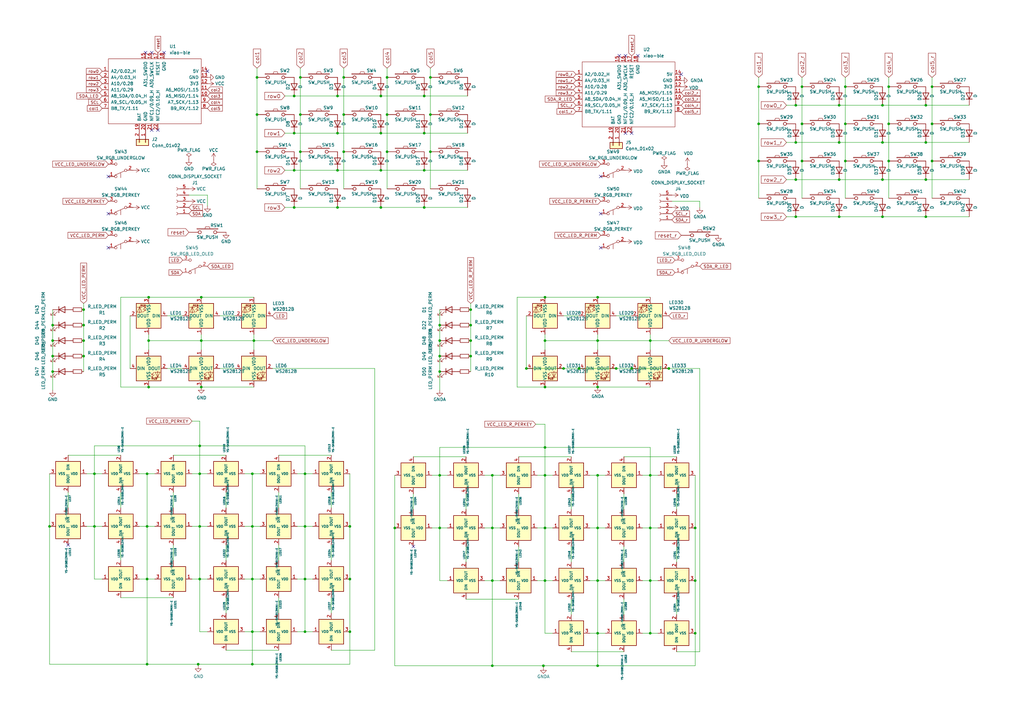
<source format=kicad_sch>
(kicad_sch (version 20230121) (generator eeschema)
  (paper "A3")
  (title_block (title "Corne Cherry") (date "2020-09-28") (rev "3.0.1") (company "foostan"))
  (junction (at 138.43 39.37))
  (junction (at 223.52 238.125))
  (junction (at 123.19 46.99))
  (junction (at 180.34 216.535))
  (junction (at 361.95 58.42))
  (junction (at 21.59 146.05))
  (junction (at 60.325 272.415))
  (junction (at 156.21 69.85))
  (junction (at 125.095 259.08))
  (junction (at 103.505 194.31))
  (junction (at 245.11 273.05))
  (junction (at 161.925 216.535))
  (junction (at 344.17 73.66))
  (junction (at 158.75 62.23))
  (junction (at 103.505 237.49))
  (junction (at 180.34 194.945))
  (junction (at 311.15 66.04))
  (junction (at 215.9 151.13))
  (junction (at 245.11 121.92))
  (junction (at 223.52 216.535))
  (junction (at 326.39 73.66))
  (junction (at 379.73 58.42))
  (junction (at 173.99 54.61))
  (junction (at 173.99 39.37))
  (junction (at 82.55 158.75))
  (junction (at 138.43 85.09))
  (junction (at 252.73 151.13))
  (junction (at 266.7 238.125))
  (junction (at 180.34 139.7))
  (junction (at 328.93 50.8))
  (junction (at 34.29 127))
  (junction (at 245.11 158.75))
  (junction (at 328.93 66.04))
  (junction (at 382.27 66.04))
  (junction (at 60.325 194.31))
  (junction (at 81.915 182.88))
  (junction (at 81.915 215.9))
  (junction (at 201.93 216.535))
  (junction (at 223.52 139.7))
  (junction (at 82.55 139.7))
  (junction (at 245.11 216.535))
  (junction (at 34.29 146.05))
  (junction (at 311.15 50.8))
  (junction (at 193.04 127))
  (junction (at 21.59 139.7))
  (junction (at 344.17 88.9))
  (junction (at 138.43 69.85))
  (junction (at 34.29 133.35))
  (junction (at 173.99 69.85))
  (junction (at 379.73 43.18))
  (junction (at 105.41 46.99))
  (junction (at 81.28 272.415))
  (junction (at 120.65 85.09))
  (junction (at 346.71 35.56))
  (junction (at 125.095 194.31))
  (junction (at 156.21 39.37))
  (junction (at 237.49 151.13))
  (junction (at 245.11 238.125))
  (junction (at 176.53 31.75))
  (junction (at 266.7 139.7))
  (junction (at 193.04 139.7))
  (junction (at 20.32 215.9))
  (junction (at 38.735 194.31))
  (junction (at 361.95 73.66))
  (junction (at 346.71 66.04))
  (junction (at 311.15 35.56))
  (junction (at 60.325 237.49))
  (junction (at 156.21 85.09))
  (junction (at 361.95 88.9))
  (junction (at 123.19 62.23))
  (junction (at 259.08 151.13))
  (junction (at 156.21 54.61))
  (junction (at 125.095 237.49))
  (junction (at 364.49 66.04))
  (junction (at 326.39 88.9))
  (junction (at 140.97 46.99))
  (junction (at 140.97 31.75))
  (junction (at 34.29 139.7))
  (junction (at 231.14 151.13))
  (junction (at 379.73 88.9))
  (junction (at 193.04 133.35))
  (junction (at 326.39 43.18))
  (junction (at 285.115 238.125))
  (junction (at 180.34 152.4))
  (junction (at 140.97 62.23))
  (junction (at 201.93 273.05))
  (junction (at 81.915 237.49))
  (junction (at 266.7 194.945))
  (junction (at 21.59 133.35))
  (junction (at 82.55 121.92))
  (junction (at 158.75 31.75))
  (junction (at 245.11 194.945))
  (junction (at 364.49 50.8))
  (junction (at 176.53 46.99))
  (junction (at 105.41 31.75))
  (junction (at 143.51 237.49))
  (junction (at 266.7 216.535))
  (junction (at 274.32 151.13))
  (junction (at 38.735 215.9))
  (junction (at 285.115 259.715))
  (junction (at 223.52 121.92))
  (junction (at 326.39 58.42))
  (junction (at 123.19 31.75))
  (junction (at 81.915 194.31))
  (junction (at 193.04 146.05))
  (junction (at 21.59 152.4))
  (junction (at 180.34 133.35))
  (junction (at 173.99 85.09))
  (junction (at 120.65 54.61))
  (junction (at 223.52 183.515))
  (junction (at 125.095 215.9))
  (junction (at 104.14 139.7))
  (junction (at 344.17 58.42))
  (junction (at 344.17 43.18))
  (junction (at 382.27 35.56))
  (junction (at 103.505 259.08))
  (junction (at 103.505 215.9))
  (junction (at 60.325 215.9))
  (junction (at 60.96 121.92))
  (junction (at 379.73 73.66))
  (junction (at 103.505 272.415))
  (junction (at 223.52 194.945))
  (junction (at 245.11 139.7))
  (junction (at 364.49 35.56))
  (junction (at 285.115 216.535))
  (junction (at 60.96 158.75))
  (junction (at 201.93 238.125))
  (junction (at 138.43 54.61))
  (junction (at 346.71 50.8))
  (junction (at 222.885 273.05))
  (junction (at 60.96 139.7))
  (junction (at 180.34 146.05))
  (junction (at 201.93 194.945))
  (junction (at 328.93 35.56))
  (junction (at 143.51 259.08))
  (junction (at 158.75 46.99))
  (junction (at 105.41 62.23))
  (junction (at 120.65 69.85))
  (junction (at 176.53 62.23))
  (junction (at 223.52 158.75))
  (junction (at 266.7 259.715))
  (junction (at 120.65 39.37))
  (junction (at 143.51 215.9))
  (junction (at 361.95 43.18))
  (junction (at 245.11 259.715))
  (junction (at 382.27 50.8))
  (no_connect (at 169.545 224.155))
  (no_connect (at 261.62 22.86))
  (no_connect (at 64.77 53.34))
  (no_connect (at 44.45 87.63))
  (no_connect (at 62.23 53.34))
  (no_connect (at 246.38 72.39))
  (no_connect (at 59.69 21.59))
  (no_connect (at 254 22.86))
  (no_connect (at 259.08 54.61))
  (no_connect (at 44.45 72.39))
  (no_connect (at 44.45 101.6))
  (no_connect (at 279.4 30.48))
  (no_connect (at 27.94 223.52))
  (no_connect (at 246.38 101.6))
  (no_connect (at 246.38 87.63))
  (no_connect (at 256.54 54.61))
  (no_connect (at 85.09 29.21))
  (no_connect (at 62.23 21.59))
  (no_connect (at 256.54 22.86))
  (no_connect (at 67.31 21.59))
  (wire (pts (xy 241.935 194.945) (xy 245.11 194.945)))
  (wire (pts (xy 311.15 50.8) (xy 311.15 66.04)))
  (wire (pts (xy 92.71 229.87) (xy 92.71 223.52)))
  (wire (pts (xy 234.315 208.915) (xy 234.315 202.565)))
  (wire (pts (xy 223.52 139.7) (xy 245.11 139.7)))
  (wire (pts (xy 161.925 194.945) (xy 161.925 216.535)))
  (wire (pts (xy 38.735 237.49) (xy 38.735 215.9)))
  (wire (pts (xy 173.99 54.61) (xy 191.77 54.61)))
  (wire (pts (xy 266.7 238.125) (xy 269.875 238.125)))
  (wire (pts (xy 255.905 224.155) (xy 255.905 230.505)))
  (wire (pts (xy 263.525 238.125) (xy 266.7 238.125)))
  (wire (pts (xy 71.12 245.11) (xy 49.53 245.11)))
  (wire (pts (xy 223.52 216.535) (xy 226.695 216.535)))
  (wire (pts (xy 241.935 238.125) (xy 245.11 238.125)))
  (wire (pts (xy 274.32 151.13) (xy 259.08 151.13)))
  (wire (pts (xy 143.51 259.08) (xy 143.51 272.415)))
  (wire (pts (xy 245.11 158.75) (xy 266.7 158.75)))
  (wire (pts (xy 158.75 62.23) (xy 158.75 77.47)))
  (wire (pts (xy 85.09 80.01) (xy 77.47 80.01)))
  (wire (pts (xy 180.34 139.7) (xy 180.34 146.05)))
  (wire (pts (xy 128.27 259.08) (xy 125.095 259.08)))
  (wire (pts (xy 21.59 127) (xy 21.59 133.35)))
  (wire (pts (xy 287.02 151.13) (xy 274.32 151.13)))
  (wire (pts (xy 111.76 151.13) (xy 153.67 151.13)))
  (wire (pts (xy 158.75 31.75) (xy 158.75 46.99)))
  (wire (pts (xy 125.095 237.49) (xy 125.095 215.9)))
  (wire (pts (xy 71.12 208.28) (xy 71.12 201.93)))
  (wire (pts (xy 379.73 58.42) (xy 397.51 58.42)))
  (wire (pts (xy 177.165 216.535) (xy 180.34 216.535)))
  (wire (pts (xy 173.99 85.09) (xy 191.77 85.09)))
  (wire (pts (xy 81.915 237.49) (xy 81.915 259.08)))
  (wire (pts (xy 223.52 121.92) (xy 212.09 121.92)))
  (wire (pts (xy 245.11 139.7) (xy 245.11 143.51)))
  (wire (pts (xy 285.115 273.05) (xy 245.11 273.05)))
  (wire (pts (xy 116.84 54.61) (xy 120.65 54.61)))
  (wire (pts (xy 60.96 158.75) (xy 82.55 158.75)))
  (wire (pts (xy 34.29 146.05) (xy 34.29 152.4)))
  (wire (pts (xy 49.53 208.28) (xy 49.53 201.93)))
  (wire (pts (xy 120.65 69.85) (xy 138.43 69.85)))
  (wire (pts (xy 92.71 251.46) (xy 92.71 245.11)))
  (wire (pts (xy 116.84 69.85) (xy 120.65 69.85)))
  (wire (pts (xy 100.33 215.9) (xy 103.505 215.9)))
  (wire (pts (xy 180.34 216.535) (xy 180.34 194.945)))
  (wire (pts (xy 379.73 88.9) (xy 397.51 88.9)))
  (wire (pts (xy 183.515 238.125) (xy 180.34 238.125)))
  (wire (pts (xy 223.52 194.945) (xy 226.695 194.945)))
  (wire (pts (xy 125.095 194.31) (xy 121.92 194.31)))
  (wire (pts (xy 114.3 223.52) (xy 114.3 229.87)))
  (wire (pts (xy 287.02 82.55) (xy 275.59 82.55)))
  (wire (pts (xy 220.345 216.535) (xy 223.52 216.535)))
  (wire (pts (xy 143.51 272.415) (xy 103.505 272.415)))
  (wire (pts (xy 382.27 66.04) (xy 382.27 81.28)))
  (wire (pts (xy 263.525 216.535) (xy 266.7 216.535)))
  (wire (pts (xy 245.11 238.125) (xy 248.285 238.125)))
  (wire (pts (xy 125.095 194.31) (xy 125.095 215.9)))
  (wire (pts (xy 277.495 224.155) (xy 277.495 230.505)))
  (wire (pts (xy 269.875 259.715) (xy 266.7 259.715)))
  (wire (pts (xy 125.095 259.08) (xy 125.095 237.49)))
  (wire (pts (xy 38.735 194.31) (xy 41.91 194.31)))
  (wire (pts (xy 20.32 215.9) (xy 20.32 272.415)))
  (wire (pts (xy 140.97 62.23) (xy 140.97 77.47)))
  (wire (pts (xy 241.935 216.535) (xy 245.11 216.535)))
  (wire (pts (xy 21.59 146.05) (xy 21.59 152.4)))
  (wire (pts (xy 193.04 146.05) (xy 193.04 152.4)))
  (wire (pts (xy 85.09 84.455) (xy 85.09 80.01)))
  (wire (pts (xy 191.135 230.505) (xy 191.135 224.155)))
  (wire (pts (xy 234.315 230.505) (xy 234.315 224.155)))
  (wire (pts (xy 81.915 237.49) (xy 85.09 237.49)))
  (wire (pts (xy 81.915 172.72) (xy 81.915 182.88)))
  (wire (pts (xy 180.34 127) (xy 180.34 133.35)))
  (wire (pts (xy 106.68 259.08) (xy 103.505 259.08)))
  (wire (pts (xy 198.755 216.535) (xy 201.93 216.535)))
  (wire (pts (xy 328.93 31.75) (xy 328.93 35.56)))
  (wire (pts (xy 379.73 43.18) (xy 397.51 43.18)))
  (wire (pts (xy 123.19 31.75) (xy 123.19 46.99)))
  (wire (pts (xy 116.84 39.37) (xy 120.65 39.37)))
  (wire (pts (xy 173.99 69.85) (xy 191.77 69.85)))
  (wire (pts (xy 223.52 183.515) (xy 180.34 183.515)))
  (wire (pts (xy 128.27 194.31) (xy 125.095 194.31)))
  (wire (pts (xy 266.7 194.945) (xy 263.525 194.945)))
  (wire (pts (xy 60.96 121.92) (xy 49.53 121.92)))
  (wire (pts (xy 201.93 273.05) (xy 222.885 273.05)))
  (wire (pts (xy 193.04 139.7) (xy 193.04 146.05)))
  (wire (pts (xy 120.65 54.61) (xy 138.43 54.61)))
  (wire (pts (xy 92.71 186.69) (xy 71.12 186.69)))
  (wire (pts (xy 176.53 46.99) (xy 176.53 62.23)))
  (wire (pts (xy 234.315 187.325) (xy 212.725 187.325)))
  (wire (pts (xy 245.11 121.92) (xy 223.52 121.92)))
  (wire (pts (xy 266.7 259.715) (xy 263.525 259.715)))
  (wire (pts (xy 223.52 238.125) (xy 226.695 238.125)))
  (wire (pts (xy 81.915 182.88) (xy 38.735 182.88)))
  (wire (pts (xy 212.725 245.745) (xy 191.135 245.745)))
  (wire (pts (xy 161.925 216.535) (xy 161.925 273.05)))
  (wire (pts (xy 259.08 129.54) (xy 252.73 129.54)))
  (wire (pts (xy 38.735 215.9) (xy 41.91 215.9)))
  (wire (pts (xy 277.495 245.745) (xy 277.495 252.095)))
  (wire (pts (xy 245.11 216.535) (xy 248.285 216.535)))
  (wire (pts (xy 153.67 266.7) (xy 135.89 266.7)))
  (wire (pts (xy 143.51 194.31) (xy 143.51 215.9)))
  (wire (pts (xy 123.19 62.23) (xy 123.19 77.47)))
  (wire (pts (xy 92.71 208.28) (xy 92.71 201.93)))
  (wire (pts (xy 60.325 272.415) (xy 81.28 272.415)))
  (wire (pts (xy 143.51 215.9) (xy 143.51 237.49)))
  (wire (pts (xy 344.17 43.18) (xy 361.95 43.18)))
  (wire (pts (xy 49.53 121.92) (xy 49.53 158.75)))
  (wire (pts (xy 180.34 194.945) (xy 180.34 183.515)))
  (wire (pts (xy 177.165 194.945) (xy 180.34 194.945)))
  (wire (pts (xy 361.95 73.66) (xy 379.73 73.66)))
  (wire (pts (xy 140.97 27.94) (xy 140.97 31.75)))
  (wire (pts (xy 81.915 215.9) (xy 81.915 194.31)))
  (wire (pts (xy 364.49 35.56) (xy 364.49 50.8)))
  (wire (pts (xy 116.84 85.09) (xy 120.65 85.09)))
  (wire (pts (xy 201.93 238.125) (xy 201.93 273.05)))
  (wire (pts (xy 105.41 46.99) (xy 105.41 62.23)))
  (wire (pts (xy 81.28 272.415) (xy 81.28 273.05)))
  (wire (pts (xy 81.915 194.31) (xy 81.915 182.88)))
  (wire (pts (xy 60.96 137.16) (xy 60.96 139.7)))
  (wire (pts (xy 104.14 137.16) (xy 104.14 139.7)))
  (wire (pts (xy 60.325 237.49) (xy 60.325 272.415)))
  (wire (pts (xy 326.39 73.66) (xy 344.17 73.66)))
  (wire (pts (xy 223.52 173.99) (xy 223.52 183.515)))
  (wire (pts (xy 220.345 194.945) (xy 223.52 194.945)))
  (wire (pts (xy 120.65 39.37) (xy 138.43 39.37)))
  (wire (pts (xy 41.91 237.49) (xy 38.735 237.49)))
  (wire (pts (xy 156.21 39.37) (xy 173.99 39.37)))
  (wire (pts (xy 255.905 245.745) (xy 255.905 252.095)))
  (wire (pts (xy 180.34 133.35) (xy 180.34 139.7)))
  (wire (pts (xy 201.93 216.535) (xy 205.105 216.535)))
  (wire (pts (xy 328.93 66.04) (xy 328.93 81.28)))
  (wire (pts (xy 193.04 127) (xy 193.04 133.35)))
  (wire (pts (xy 255.905 202.565) (xy 255.905 208.915)))
  (wire (pts (xy 346.71 31.75) (xy 346.71 35.56)))
  (wire (pts (xy 328.93 50.8) (xy 328.93 66.04)))
  (wire (pts (xy 121.92 237.49) (xy 125.095 237.49)))
  (wire (pts (xy 322.58 43.18) (xy 326.39 43.18)))
  (wire (pts (xy 311.15 31.75) (xy 311.15 35.56)))
  (wire (pts (xy 20.32 194.31) (xy 20.32 215.9)))
  (wire (pts (xy 245.11 216.535) (xy 245.11 238.125)))
  (wire (pts (xy 135.89 186.69) (xy 114.3 186.69)))
  (wire (pts (xy 49.53 158.75) (xy 60.96 158.75)))
  (wire (pts (xy 153.67 151.13) (xy 153.67 266.7)))
  (wire (pts (xy 135.89 245.11) (xy 135.89 251.46)))
  (wire (pts (xy 180.34 216.535) (xy 183.515 216.535)))
  (wire (pts (xy 180.34 194.945) (xy 183.515 194.945)))
  (wire (pts (xy 287.02 267.335) (xy 277.495 267.335)))
  (wire (pts (xy 201.93 238.125) (xy 205.105 238.125)))
  (wire (pts (xy 125.095 259.08) (xy 121.92 259.08)))
  (wire (pts (xy 346.71 66.04) (xy 346.71 81.28)))
  (wire (pts (xy 191.135 187.325) (xy 169.545 187.325)))
  (wire (pts (xy 35.56 194.31) (xy 38.735 194.31)))
  (wire (pts (xy 285.115 259.715) (xy 285.115 273.05)))
  (wire (pts (xy 81.28 272.415) (xy 103.505 272.415)))
  (wire (pts (xy 125.095 182.88) (xy 125.095 194.31)))
  (wire (pts (xy 60.96 139.7) (xy 60.96 143.51)))
  (wire (pts (xy 237.49 129.54) (xy 231.14 129.54)))
  (wire (pts (xy 222.885 273.05) (xy 245.11 273.05)))
  (wire (pts (xy 35.56 215.9) (xy 38.735 215.9)))
  (wire (pts (xy 104.14 139.7) (xy 104.14 143.51)))
  (wire (pts (xy 223.52 194.945) (xy 223.52 183.515)))
  (wire (pts (xy 180.34 146.05) (xy 180.34 152.4)))
  (wire (pts (xy 34.29 139.7) (xy 34.29 146.05)))
  (wire (pts (xy 311.15 66.04) (xy 311.15 81.28)))
  (wire (pts (xy 156.21 85.09) (xy 173.99 85.09)))
  (wire (pts (xy 223.52 238.125) (xy 223.52 216.535)))
  (wire (pts (xy 322.58 73.66) (xy 326.39 73.66)))
  (wire (pts (xy 173.99 39.37) (xy 191.77 39.37)))
  (wire (pts (xy 57.15 215.9) (xy 60.325 215.9)))
  (wire (pts (xy 114.3 245.11) (xy 114.3 251.46)))
  (wire (pts (xy 201.93 216.535) (xy 201.93 238.125)))
  (wire (pts (xy 215.9 151.13) (xy 231.14 151.13)))
  (wire (pts (xy 223.52 139.7) (xy 223.52 143.51)))
  (wire (pts (xy 74.93 129.54) (xy 68.58 129.54)))
  (wire (pts (xy 140.97 31.75) (xy 140.97 46.99)))
  (wire (pts (xy 361.95 58.42) (xy 379.73 58.42)))
  (wire (pts (xy 191.135 208.915) (xy 191.135 202.565)))
  (wire (pts (xy 57.15 194.31) (xy 60.325 194.31)))
  (wire (pts (xy 114.3 201.93) (xy 114.3 208.28)))
  (wire (pts (xy 344.17 88.9) (xy 361.95 88.9)))
  (wire (pts (xy 81.915 182.88) (xy 125.095 182.88)))
  (wire (pts (xy 326.39 58.42) (xy 344.17 58.42)))
  (wire (pts (xy 34.29 127) (xy 34.29 133.35)))
  (wire (pts (xy 245.11 259.715) (xy 245.11 273.05)))
  (wire (pts (xy 60.325 237.49) (xy 63.5 237.49)))
  (wire (pts (xy 277.495 202.565) (xy 277.495 208.915)))
  (wire (pts (xy 38.735 215.9) (xy 38.735 194.31)))
  (wire (pts (xy 104.14 121.92) (xy 82.55 121.92)))
  (wire (pts (xy 266.7 183.515) (xy 223.52 183.515)))
  (wire (pts (xy 198.755 238.125) (xy 201.93 238.125)))
  (wire (pts (xy 287.02 151.13) (xy 287.02 267.335)))
  (wire (pts (xy 245.11 259.715) (xy 241.935 259.715)))
  (wire (pts (xy 201.93 273.05) (xy 161.925 273.05)))
  (wire (pts (xy 34.29 133.35) (xy 34.29 139.7)))
  (wire (pts (xy 201.93 194.945) (xy 201.93 216.535)))
  (wire (pts (xy 205.105 194.945) (xy 201.93 194.945)))
  (wire (pts (xy 60.96 139.7) (xy 82.55 139.7)))
  (wire (pts (xy 106.68 194.31) (xy 103.505 194.31)))
  (wire (pts (xy 81.915 259.08) (xy 85.09 259.08)))
  (wire (pts (xy 215.9 129.54) (xy 215.9 151.13)))
  (wire (pts (xy 193.04 133.35) (xy 193.04 139.7)))
  (wire (pts (xy 266.7 259.715) (xy 266.7 238.125)))
  (wire (pts (xy 266.7 121.92) (xy 245.11 121.92)))
  (wire (pts (xy 234.315 252.095) (xy 234.315 245.745)))
  (wire (pts (xy 193.04 124.46) (xy 193.04 127)))
  (wire (pts (xy 311.15 35.56) (xy 311.15 50.8)))
  (wire (pts (xy 223.52 238.125) (xy 223.52 259.715)))
  (wire (pts (xy 219.71 173.99) (xy 223.52 173.99)))
  (wire (pts (xy 364.49 66.04) (xy 364.49 81.28)))
  (wire (pts (xy 105.41 31.75) (xy 105.41 46.99)))
  (wire (pts (xy 361.95 43.18) (xy 379.73 43.18)))
  (wire (pts (xy 266.7 137.16) (xy 266.7 139.7)))
  (wire (pts (xy 103.505 259.08) (xy 103.505 272.415)))
  (wire (pts (xy 277.495 187.325) (xy 255.905 187.325)))
  (wire (pts (xy 266.7 183.515) (xy 266.7 194.945)))
  (wire (pts (xy 222.885 273.05) (xy 222.885 273.685)))
  (wire (pts (xy 103.505 194.31) (xy 103.505 215.9)))
  (wire (pts (xy 285.115 194.945) (xy 285.115 216.535)))
  (wire (pts (xy 63.5 194.31) (xy 60.325 194.31)))
  (wire (pts (xy 78.74 172.72) (xy 81.915 172.72)))
  (wire (pts (xy 114.3 266.7) (xy 92.71 266.7)))
  (wire (pts (xy 82.55 139.7) (xy 82.55 143.51)))
  (wire (pts (xy 266.7 194.945) (xy 266.7 216.535)))
  (wire (pts (xy 125.095 215.9) (xy 128.27 215.9)))
  (wire (pts (xy 120.65 85.09) (xy 138.43 85.09)))
  (wire (pts (xy 105.41 27.94) (xy 105.41 31.75)))
  (wire (pts (xy 60.325 194.31) (xy 60.325 215.9)))
  (wire (pts (xy 81.915 237.49) (xy 81.915 215.9)))
  (wire (pts (xy 285.115 216.535) (xy 285.115 238.125)))
  (wire (pts (xy 382.27 31.75) (xy 382.27 35.56)))
  (wire (pts (xy 21.59 133.35) (xy 21.59 139.7)))
  (wire (pts (xy 49.53 229.87) (xy 49.53 223.52)))
  (wire (pts (xy 212.09 158.75) (xy 223.52 158.75)))
  (wire (pts (xy 96.52 129.54) (xy 90.17 129.54)))
  (wire (pts (xy 361.95 88.9) (xy 379.73 88.9)))
  (wire (pts (xy 248.285 259.715) (xy 245.11 259.715)))
  (wire (pts (xy 237.49 151.13) (xy 231.14 151.13)))
  (wire (pts (xy 223.52 259.715) (xy 226.695 259.715)))
  (wire (pts (xy 344.17 58.42) (xy 361.95 58.42)))
  (wire (pts (xy 212.725 224.155) (xy 212.725 230.505)))
  (wire (pts (xy 82.55 137.16) (xy 82.55 139.7)))
  (wire (pts (xy 123.19 46.99) (xy 123.19 62.23)))
  (wire (pts (xy 266.7 216.535) (xy 269.875 216.535)))
  (wire (pts (xy 103.505 259.08) (xy 100.33 259.08)))
  (wire (pts (xy 78.74 237.49) (xy 81.915 237.49)))
  (wire (pts (xy 60.325 272.415) (xy 20.32 272.415)))
  (wire (pts (xy 212.09 121.92) (xy 212.09 158.75)))
  (wire (pts (xy 121.92 215.9) (xy 125.095 215.9)))
  (wire (pts (xy 100.33 237.49) (xy 103.505 237.49)))
  (wire (pts (xy 125.095 237.49) (xy 128.27 237.49)))
  (wire (pts (xy 138.43 39.37) (xy 156.21 39.37)))
  (wire (pts (xy 103.505 237.49) (xy 103.505 259.08)))
  (wire (pts (xy 78.74 194.31) (xy 81.915 194.31)))
  (wire (pts (xy 346.71 50.8) (xy 346.71 66.04)))
  (wire (pts (xy 82.55 139.7) (xy 104.14 139.7)))
  (wire (pts (xy 60.325 215.9) (xy 60.325 237.49)))
  (wire (pts (xy 169.545 202.565) (xy 169.545 208.915)))
  (wire (pts (xy 143.51 237.49) (xy 143.51 259.08)))
  (wire (pts (xy 71.12 223.52) (xy 71.12 229.87)))
  (wire (pts (xy 245.11 139.7) (xy 266.7 139.7)))
  (wire (pts (xy 382.27 50.8) (xy 382.27 66.04)))
  (wire (pts (xy 346.71 35.56) (xy 346.71 50.8)))
  (wire (pts (xy 27.94 201.93) (xy 27.94 208.28)))
  (wire (pts (xy 220.345 238.125) (xy 223.52 238.125)))
  (wire (pts (xy 90.17 151.13) (xy 96.52 151.13)))
  (wire (pts (xy 21.59 152.4) (xy 21.59 160.02)))
  (wire (pts (xy 198.755 194.945) (xy 201.93 194.945)))
  (wire (pts (xy 140.97 46.99) (xy 140.97 62.23)))
  (wire (pts (xy 135.89 223.52) (xy 135.89 229.87)))
  (wire (pts (xy 322.58 58.42) (xy 326.39 58.42)))
  (wire (pts (xy 223.52 216.535) (xy 223.52 194.945)))
  (wire (pts (xy 344.17 73.66) (xy 361.95 73.66)))
  (wire (pts (xy 255.905 267.335) (xy 234.315 267.335)))
  (wire (pts (xy 158.75 27.94) (xy 158.75 31.75)))
  (wire (pts (xy 104.14 139.7) (xy 111.76 139.7)))
  (wire (pts (xy 248.285 194.945) (xy 245.11 194.945)))
  (wire (pts (xy 285.115 238.125) (xy 285.115 259.715)))
  (wire (pts (xy 382.27 35.56) (xy 382.27 50.8)))
  (wire (pts (xy 156.21 69.85) (xy 173.99 69.85)))
  (wire (pts (xy 49.53 186.69) (xy 27.94 186.69)))
  (wire (pts (xy 223.52 137.16) (xy 223.52 139.7)))
  (wire (pts (xy 82.55 158.75) (xy 104.14 158.75)))
  (wire (pts (xy 364.49 50.8) (xy 364.49 66.04)))
  (wire (pts (xy 180.34 238.125) (xy 180.34 216.535)))
  (wire (pts (xy 34.29 124.46) (xy 34.29 127)))
  (wire (pts (xy 223.52 158.75) (xy 245.11 158.75)))
  (wire (pts (xy 138.43 85.09) (xy 156.21 85.09)))
  (wire (pts (xy 21.59 139.7) (xy 21.59 146.05)))
  (wire (pts (xy 138.43 69.85) (xy 156.21 69.85)))
  (wire (pts (xy 212.725 208.915) (xy 212.725 202.565)))
  (wire (pts (xy 180.34 152.4) (xy 180.34 160.02)))
  (wire (pts (xy 68.58 151.13) (xy 74.93 151.13)))
  (wire (pts (xy 105.41 62.23) (xy 105.41 77.47)))
  (wire (pts (xy 245.11 238.125) (xy 245.11 259.715)))
  (wire (pts (xy 326.39 88.9) (xy 344.17 88.9)))
  (wire (pts (xy 379.73 73.66) (xy 397.51 73.66)))
  (wire (pts (xy 364.49 31.75) (xy 364.49 35.56)))
  (wire (pts (xy 82.55 121.92) (xy 60.96 121.92)))
  (wire (pts (xy 103.505 215.9) (xy 103.505 237.49)))
  (wire (pts (xy 123.19 27.94) (xy 123.19 31.75)))
  (wire (pts (xy 38.735 194.31) (xy 38.735 182.88)))
  (wire (pts (xy 269.875 194.945) (xy 266.7 194.945)))
  (wire (pts (xy 266.7 139.7) (xy 266.7 143.51)))
  (wire (pts (xy 322.58 88.9) (xy 326.39 88.9)))
  (wire (pts (xy 103.505 215.9) (xy 106.68 215.9)))
  (wire (pts (xy 135.89 201.93) (xy 135.89 208.28)))
  (wire (pts (xy 100.33 194.31) (xy 103.505 194.31)))
  (wire (pts (xy 176.53 31.75) (xy 176.53 46.99)))
  (wire (pts (xy 252.73 151.13) (xy 259.08 151.13)))
  (wire (pts (xy 266.7 238.125) (xy 266.7 216.535)))
  (wire (pts (xy 81.915 194.31) (xy 85.09 194.31)))
  (wire (pts (xy 158.75 46.99) (xy 158.75 62.23)))
  (wire (pts (xy 57.15 237.49) (xy 60.325 237.49)))
  (wire (pts (xy 252.73 151.13) (xy 237.49 151.13)))
  (wire (pts (xy 328.93 35.56) (xy 328.93 50.8)))
  (wire (pts (xy 103.505 237.49) (xy 106.68 237.49)))
  (wire (pts (xy 245.11 194.945) (xy 245.11 216.535)))
  (wire (pts (xy 138.43 54.61) (xy 156.21 54.61)))
  (wire (pts (xy 245.11 137.16) (xy 245.11 139.7)))
  (wire (pts (xy 60.325 215.9) (xy 63.5 215.9)))
  (wire (pts (xy 156.21 54.61) (xy 173.99 54.61)))
  (wire (pts (xy 176.53 62.23) (xy 176.53 77.47)))
  (wire (pts (xy 81.915 215.9) (xy 85.09 215.9)))
  (wire (pts (xy 78.74 215.9) (xy 81.915 215.9)))
  (wire (pts (xy 326.39 43.18) (xy 344.17 43.18)))
  (wire (pts (xy 53.34 129.54) (xy 53.34 151.13)))
  (wire (pts (xy 287.02 85.09) (xy 287.02 82.55)))
  (wire (pts (xy 176.53 27.94) (xy 176.53 31.75)))
  (wire (pts (xy 266.7 139.7) (xy 274.32 139.7)))
  (global_label "row3_r" (shape input) (at 322.58 88.9 180) (effects (font (size 1.524 1.524))) (property "Intersheetrefs" "${INTERSHEET_REFS}" (effects hide)))
  (global_label "SDA_R_LED" (shape input) (at 236.22 40.64 180) (property "Intersheetrefs" "${INTERSHEET_REFS}" (effects hide)))
  (global_label "VCC_LED_R_UNDERGLOW" (shape input) (at 246.38 67.31 180) (property "Intersheetrefs" "${INTERSHEET_REFS}" (effects hide)))
  (global_label "col5_r" (shape input) (at 279.4 45.72 0) (effects (font (size 1.1938 1.1938))) (property "Intersheetrefs" "${INTERSHEET_REFS}" (effects hide)))
  (global_label "SCL_r" (shape input) (at 275.59 87.63 0) (effects (font (size 1.1938 1.1938))) (property "Intersheetrefs" "${INTERSHEET_REFS}" (effects hide)))
  (global_label "SDA_LED" (shape input) (at 85.09 109.22 0) (property "Intersheetrefs" "${INTERSHEET_REFS}" (effects hide)))
  (global_label "col5" (shape input) (at 85.09 44.45 0) (effects (font (size 1.1938 1.1938))) (property "Intersheetrefs" "${INTERSHEET_REFS}" (effects hide)))
  (global_label "VCC_LED_PERM" (shape input) (at 34.29 124.46 90) (property "Intersheetrefs" "${INTERSHEET_REFS}" (effects hide)))
  (global_label "VCC_LED_UNDERGLOW" (shape input) (at 44.45 67.31 180) (property "Intersheetrefs" "${INTERSHEET_REFS}" (effects hide)))
  (global_label "reset" (shape input) (at 77.47 95.25 180) (effects (font (size 1.524 1.524))) (property "Intersheetrefs" "${INTERSHEET_REFS}" (effects hide)))
  (global_label "col1" (shape input) (at 105.41 27.94 90) (effects (font (size 1.524 1.524))) (property "Intersheetrefs" "${INTERSHEET_REFS}" (effects hide)))
  (global_label "row0" (shape input) (at 116.84 39.37 180) (effects (font (size 1.524 1.524))) (property "Intersheetrefs" "${INTERSHEET_REFS}" (effects hide)))
  (global_label "col2_r" (shape input) (at 279.4 38.1 0) (effects (font (size 1.1938 1.1938))) (property "Intersheetrefs" "${INTERSHEET_REFS}" (effects hide)))
  (global_label "col4" (shape input) (at 85.09 41.91 0) (effects (font (size 1.1938 1.1938))) (property "Intersheetrefs" "${INTERSHEET_REFS}" (effects hide)))
  (global_label "VCC_LED_PERKEY" (shape input) (at 78.74 172.72 180) (property "Intersheetrefs" "${INTERSHEET_REFS}" (effects hide)))
  (global_label "VCC_LED_R_UNDERGLOW" (shape input) (at 274.32 139.7 0) (property "Intersheetrefs" "${INTERSHEET_REFS}" (effects hide)))
  (global_label "row2" (shape input) (at 41.91 34.29 180) (effects (font (size 1.1938 1.1938))) (property "Intersheetrefs" "${INTERSHEET_REFS}" (effects hide)))
  (global_label "VCC_LED_R_PERM" (shape input) (at 246.38 96.52 180) (property "Intersheetrefs" "${INTERSHEET_REFS}" (effects hide)))
  (global_label "row1_r" (shape input) (at 322.58 58.42 180) (effects (font (size 1.524 1.524))) (property "Intersheetrefs" "${INTERSHEET_REFS}" (effects hide)))
  (global_label "row2" (shape input) (at 116.84 69.85 180) (effects (font (size 1.524 1.524))) (property "Intersheetrefs" "${INTERSHEET_REFS}" (effects hide)))
  (global_label "LED_r" (shape input) (at 274.32 129.54 0) (property "Intersheetrefs" "${INTERSHEET_REFS}" (effects hide)))
  (global_label "row0" (shape input) (at 41.91 29.21 180) (effects (font (size 1.1938 1.1938))) (property "Intersheetrefs" "${INTERSHEET_REFS}" (effects hide)))
  (global_label "LED_r" (shape input) (at 276.86 106.68 180) (effects (font (size 1.1938 1.1938))) (property "Intersheetrefs" "${INTERSHEET_REFS}" (effects hide)))
  (global_label "SCL" (shape input) (at 77.47 85.09 0) (effects (font (size 1.1938 1.1938))) (property "Intersheetrefs" "${INTERSHEET_REFS}" (effects hide)))
  (global_label "VCC_LED_R_PERM" (shape input) (at 193.04 124.46 90) (property "Intersheetrefs" "${INTERSHEET_REFS}" (effects hide)))
  (global_label "row1" (shape input) (at 116.84 54.61 180) (effects (font (size 1.524 1.524))) (property "Intersheetrefs" "${INTERSHEET_REFS}" (effects hide)))
  (global_label "SDA" (shape input) (at 77.47 87.63 0) (effects (font (size 1.1938 1.1938))) (property "Intersheetrefs" "${INTERSHEET_REFS}" (effects hide)))
  (global_label "col3_r" (shape input) (at 279.4 40.64 0) (effects (font (size 1.1938 1.1938))) (property "Intersheetrefs" "${INTERSHEET_REFS}" (effects hide)))
  (global_label "col1" (shape input) (at 41.91 44.45 180) (effects (font (size 1.1938 1.1938))) (property "Intersheetrefs" "${INTERSHEET_REFS}" (effects hide)))
  (global_label "col2" (shape input) (at 123.19 27.94 90) (effects (font (size 1.524 1.524))) (property "Intersheetrefs" "${INTERSHEET_REFS}" (effects hide)))
  (global_label "SCL_r" (shape input) (at 236.22 43.18 180) (effects (font (size 1.1938 1.1938))) (property "Intersheetrefs" "${INTERSHEET_REFS}" (effects hide)))
  (global_label "SCL" (shape input) (at 41.91 41.91 180) (effects (font (size 1.1938 1.1938))) (property "Intersheetrefs" "${INTERSHEET_REFS}" (effects hide)))
  (global_label "row1_r" (shape input) (at 236.22 33.02 180) (effects (font (size 1.1938 1.1938))) (property "Intersheetrefs" "${INTERSHEET_REFS}" (effects hide)))
  (global_label "row0_r" (shape input) (at 322.58 43.18 180) (effects (font (size 1.524 1.524))) (property "Intersheetrefs" "${INTERSHEET_REFS}" (effects hide)))
  (global_label "col4_r" (shape input) (at 279.4 43.18 0) (effects (font (size 1.1938 1.1938))) (property "Intersheetrefs" "${INTERSHEET_REFS}" (effects hide)))
  (global_label "reset_r" (shape input) (at 259.08 22.86 90) (effects (font (size 1.1938 1.1938))) (property "Intersheetrefs" "${INTERSHEET_REFS}" (effects hide)))
  (global_label "col5_r" (shape input) (at 382.27 31.75 90) (effects (font (size 1.524 1.524))) (property "Intersheetrefs" "${INTERSHEET_REFS}" (effects hide)))
  (global_label "col5" (shape input) (at 176.53 27.94 90) (effects (font (size 1.524 1.524))) (property "Intersheetrefs" "${INTERSHEET_REFS}" (effects hide)))
  (global_label "reset_r" (shape input) (at 279.4 96.52 180) (effects (font (size 1.524 1.524))) (property "Intersheetrefs" "${INTERSHEET_REFS}" (effects hide)))
  (global_label "col1_r" (shape input) (at 236.22 45.72 180) (effects (font (size 1.1938 1.1938))) (property "Intersheetrefs" "${INTERSHEET_REFS}" (effects hide)))
  (global_label "row3_r" (shape input) (at 236.22 38.1 180) (effects (font (size 1.1938 1.1938))) (property "Intersheetrefs" "${INTERSHEET_REFS}" (effects hide)))
  (global_label "VCC_LED_UNDERGLOW" (shape input) (at 111.76 139.7 0) (property "Intersheetrefs" "${INTERSHEET_REFS}" (effects hide)))
  (global_label "row3" (shape input) (at 116.84 85.09 180) (effects (font (size 1.524 1.524))) (property "Intersheetrefs" "${INTERSHEET_REFS}" (effects hide)))
  (global_label "VCC_LED_R_PERKEY" (shape input) (at 219.71 173.99 180) (property "Intersheetrefs" "${INTERSHEET_REFS}" (effects hide)))
  (global_label "row0_r" (shape input) (at 236.22 30.48 180) (effects (font (size 1.1938 1.1938))) (property "Intersheetrefs" "${INTERSHEET_REFS}" (effects hide)))
  (global_label "row3" (shape input) (at 41.91 36.83 180) (effects (font (size 1.1938 1.1938))) (property "Intersheetrefs" "${INTERSHEET_REFS}" (effects hide)))
  (global_label "col4" (shape input) (at 158.75 27.94 90) (effects (font (size 1.524 1.524))) (property "Intersheetrefs" "${INTERSHEET_REFS}" (effects hide)))
  (global_label "LED" (shape input) (at 74.93 106.68 180) (effects (font (size 1.1938 1.1938))) (property "Intersheetrefs" "${INTERSHEET_REFS}" (effects hide)))
  (global_label "col4_r" (shape input) (at 364.49 31.75 90) (effects (font (size 1.524 1.524))) (property "Intersheetrefs" "${INTERSHEET_REFS}" (effects hide)))
  (global_label "SDA_R_LED" (shape input) (at 287.02 109.22 0) (property "Intersheetrefs" "${INTERSHEET_REFS}" (effects hide)))
  (global_label "col3" (shape input) (at 85.09 39.37 0) (effects (font (size 1.1938 1.1938))) (property "Intersheetrefs" "${INTERSHEET_REFS}" (effects hide)))
  (global_label "col1_r" (shape input) (at 311.15 31.75 90) (effects (font (size 1.524 1.524))) (property "Intersheetrefs" "${INTERSHEET_REFS}" (effects hide)))
  (global_label "row2_r" (shape input) (at 322.58 73.66 180) (effects (font (size 1.524 1.524))) (property "Intersheetrefs" "${INTERSHEET_REFS}" (effects hide)))
  (global_label "SDA_r" (shape input) (at 276.86 111.76 180) (effects (font (size 1.1938 1.1938))) (property "Intersheetrefs" "${INTERSHEET_REFS}" (effects hide)))
  (global_label "SDA" (shape input) (at 74.93 111.76 180) (effects (font (size 1.1938 1.1938))) (property "Intersheetrefs" "${INTERSHEET_REFS}" (effects hide)))
  (global_label "row1" (shape input) (at 41.91 31.75 180) (effects (font (size 1.1938 1.1938))) (property "Intersheetrefs" "${INTERSHEET_REFS}" (effects hide)))
  (global_label "VCC_LED_PERKEY" (shape input) (at 44.45 82.55 180) (property "Intersheetrefs" "${INTERSHEET_REFS}" (effects hide)))
  (global_label "VCC_LED_PERM" (shape input) (at 44.45 96.52 180) (property "Intersheetrefs" "${INTERSHEET_REFS}" (effects hide)))
  (global_label "row2_r" (shape input) (at 236.22 35.56 180) (effects (font (size 1.1938 1.1938))) (property "Intersheetrefs" "${INTERSHEET_REFS}" (effects hide)))
  (global_label "col2_r" (shape input) (at 328.93 31.75 90) (effects (font (size 1.524 1.524))) (property "Intersheetrefs" "${INTERSHEET_REFS}" (effects hide)))
  (global_label "col3_r" (shape input) (at 346.71 31.75 90) (effects (font (size 1.524 1.524))) (property "Intersheetrefs" "${INTERSHEET_REFS}" (effects hide)))
  (global_label "col2" (shape input) (at 85.09 36.83 0) (effects (font (size 1.1938 1.1938))) (property "Intersheetrefs" "${INTERSHEET_REFS}" (effects hide)))
  (global_label "SDA_r" (shape input) (at 275.59 90.17 0) (effects (font (size 1.1938 1.1938))) (property "Intersheetrefs" "${INTERSHEET_REFS}" (effects hide)))
  (global_label "reset" (shape input) (at 64.77 21.59 90) (effects (font (size 1.1938 1.1938))) (property "Intersheetrefs" "${INTERSHEET_REFS}" (effects hide)))
  (global_label "LED" (shape input) (at 111.76 129.54 0) (property "Intersheetrefs" "${INTERSHEET_REFS}" (effects hide)))
  (global_label "col3" (shape input) (at 140.97 27.94 90) (effects (font (size 1.524 1.524))) (property "Intersheetrefs" "${INTERSHEET_REFS}" (effects hide)))
  (global_label "SDA_LED" (shape input) (at 41.91 39.37 180) (property "Intersheetrefs" "${INTERSHEET_REFS}" (effects hide)))
  (global_label "VCC_LED_R_PERKEY" (shape input) (at 246.38 82.55 180) (property "Intersheetrefs" "${INTERSHEET_REFS}" (effects hide)))
  (symbol (lib_id "kbd:SW_PUSH") (at 113.03 31.75 0) (unit 1)
    (property "Reference" "SW2" (at 116.84 28.956 0))
    (property "Value" "SW_PUSH" (at 113.03 33.782 0))
    (property "Footprint" "kbd:CherryMX_Hotswap" (effects hide))
  )
  (symbol (lib_id "Device:D") (at 120.65 35.56 90) (unit 1)
    (property "Reference" "D2" (at 118.11 35.56 0))
    (property "Value" "D" (at 123.19 35.56 0))
    (property "Footprint" "kbd:D3_SMD_v2" (effects hide))
  )
  (symbol (lib_id "kbd:SW_PUSH") (at 130.81 31.75 0) (unit 1)
    (property "Reference" "SW3" (at 134.62 28.956 0))
    (property "Value" "SW_PUSH" (at 130.81 33.782 0))
    (property "Footprint" "kbd:CherryMX_Hotswap" (effects hide))
  )
  (symbol (lib_id "Device:D") (at 138.43 35.56 90) (unit 1)
    (property "Reference" "D3" (at 135.89 35.56 0))
    (property "Value" "D" (at 140.97 35.56 0))
    (property "Footprint" "kbd:D3_SMD_v2" (effects hide))
  )
  (symbol (lib_id "kbd:SW_PUSH") (at 148.59 31.75 0) (unit 1)
    (property "Reference" "SW4" (at 152.4 28.956 0))
    (property "Value" "SW_PUSH" (at 148.59 33.782 0))
    (property "Footprint" "kbd:CherryMX_Hotswap" (effects hide))
  )
  (symbol (lib_id "kbd:SW_PUSH") (at 166.37 31.75 0) (unit 1)
    (property "Reference" "SW5" (at 170.18 28.956 0))
    (property "Value" "SW_PUSH" (at 166.37 33.782 0))
    (property "Footprint" "kbd:CherryMX_Hotswap" (effects hide))
  )
  (symbol (lib_id "kbd:SW_PUSH") (at 184.15 31.75 0) (unit 1)
    (property "Reference" "SW6" (at 187.96 28.956 0))
    (property "Value" "SW_PUSH" (at 184.15 33.782 0))
    (property "Footprint" "kbd:CherryMX_Hotswap" (effects hide))
  )
  (symbol (lib_id "Device:D") (at 156.21 35.56 90) (unit 1)
    (property "Reference" "D4" (at 153.67 35.56 0))
    (property "Value" "D" (at 158.75 35.56 0))
    (property "Footprint" "kbd:D3_SMD_v2" (effects hide))
  )
  (symbol (lib_id "Device:D") (at 173.99 35.56 90) (unit 1)
    (property "Reference" "D5" (at 171.45 35.56 0))
    (property "Value" "D" (at 176.53 35.56 0))
    (property "Footprint" "kbd:D3_SMD_v2" (effects hide))
  )
  (symbol (lib_id "Device:D") (at 191.77 35.56 90) (unit 1)
    (property "Reference" "D6" (at 189.23 35.56 0))
    (property "Value" "D" (at 194.31 35.56 0))
    (property "Footprint" "kbd:D3_SMD_v2" (effects hide))
  )
  (symbol (lib_id "kbd:SW_PUSH") (at 113.03 46.99 0) (unit 1)
    (property "Reference" "SW8" (at 116.84 44.196 0))
    (property "Value" "SW_PUSH" (at 113.03 49.022 0))
    (property "Footprint" "kbd:CherryMX_Hotswap" (effects hide))
  )
  (symbol (lib_id "Device:D") (at 120.65 50.8 90) (unit 1)
    (property "Reference" "D8" (at 118.11 50.8 0))
    (property "Value" "D" (at 123.19 50.8 0))
    (property "Footprint" "kbd:D3_SMD_v2" (effects hide))
  )
  (symbol (lib_id "kbd:SW_PUSH") (at 130.81 46.99 0) (unit 1)
    (property "Reference" "SW9" (at 134.62 44.196 0))
    (property "Value" "SW_PUSH" (at 130.81 49.022 0))
    (property "Footprint" "kbd:CherryMX_Hotswap" (effects hide))
  )
  (symbol (lib_id "Device:D") (at 138.43 50.8 90) (unit 1)
    (property "Reference" "D9" (at 135.89 50.8 0))
    (property "Value" "D" (at 140.97 50.8 0))
    (property "Footprint" "kbd:D3_SMD_v2" (effects hide))
  )
  (symbol (lib_id "kbd:SW_PUSH") (at 148.59 46.99 0) (unit 1)
    (property "Reference" "SW10" (at 152.4 44.196 0))
    (property "Value" "SW_PUSH" (at 148.59 49.022 0))
    (property "Footprint" "kbd:CherryMX_Hotswap" (effects hide))
  )
  (symbol (lib_id "kbd:SW_PUSH") (at 166.37 46.99 0) (unit 1)
    (property "Reference" "SW11" (at 170.18 44.196 0))
    (property "Value" "SW_PUSH" (at 166.37 49.022 0))
    (property "Footprint" "kbd:CherryMX_Hotswap" (effects hide))
  )
  (symbol (lib_id "kbd:SW_PUSH") (at 184.15 46.99 0) (unit 1)
    (property "Reference" "SW12" (at 187.96 44.196 0))
    (property "Value" "SW_PUSH" (at 184.15 49.022 0))
    (property "Footprint" "kbd:CherryMX_Hotswap" (effects hide))
  )
  (symbol (lib_id "Device:D") (at 156.21 50.8 90) (unit 1)
    (property "Reference" "D10" (at 153.67 50.8 0))
    (property "Value" "D" (at 158.75 50.8 0))
    (property "Footprint" "kbd:D3_SMD_v2" (effects hide))
  )
  (symbol (lib_id "Device:D") (at 173.99 50.8 90) (unit 1)
    (property "Reference" "D11" (at 171.45 50.8 0))
    (property "Value" "D" (at 176.53 50.8 0))
    (property "Footprint" "kbd:D3_SMD_v2" (effects hide))
  )
  (symbol (lib_id "Device:D") (at 191.77 50.8 90) (unit 1)
    (property "Reference" "D12" (at 189.23 50.8 0))
    (property "Value" "D" (at 194.31 50.8 0))
    (property "Footprint" "kbd:D3_SMD_v2" (effects hide))
  )
  (symbol (lib_id "kbd:SW_PUSH") (at 113.03 77.47 0) (unit 1)
    (property "Reference" "SW7" (at 116.84 74.676 0))
    (property "Value" "SW_PUSH" (at 113.03 79.502 0))
    (property "Footprint" "kbd:CherryMX_Hotswap" (effects hide))
  )
  (symbol (lib_id "Device:D") (at 120.65 81.28 90) (unit 1)
    (property "Reference" "D7" (at 118.11 81.28 0))
    (property "Value" "D" (at 123.19 81.28 0))
    (property "Footprint" "kbd:D3_SMD_v2" (effects hide))
  )
  (symbol (lib_id "kbd:SW_PUSH") (at 113.03 62.23 0) (unit 1)
    (property "Reference" "SW14" (at 116.84 59.436 0))
    (property "Value" "SW_PUSH" (at 113.03 64.262 0))
    (property "Footprint" "kbd:CherryMX_Hotswap" (effects hide))
  )
  (symbol (lib_id "Device:D") (at 120.65 66.04 90) (unit 1)
    (property "Reference" "D14" (at 118.11 66.04 0))
    (property "Value" "D" (at 123.19 66.04 0))
    (property "Footprint" "kbd:D3_SMD_v2" (effects hide))
  )
  (symbol (lib_id "kbd:SW_PUSH") (at 130.81 62.23 0) (unit 1)
    (property "Reference" "SW15" (at 134.62 59.436 0))
    (property "Value" "SW_PUSH" (at 130.81 64.262 0))
    (property "Footprint" "kbd:CherryMX_Hotswap" (effects hide))
  )
  (symbol (lib_id "Device:D") (at 138.43 66.04 90) (unit 1)
    (property "Reference" "D15" (at 135.89 66.04 0))
    (property "Value" "D" (at 140.97 66.04 0))
    (property "Footprint" "kbd:D3_SMD_v2" (effects hide))
  )
  (symbol (lib_id "kbd:SW_PUSH") (at 148.59 62.23 0) (unit 1)
    (property "Reference" "SW16" (at 152.4 59.436 0))
    (property "Value" "SW_PUSH" (at 148.59 64.262 0))
    (property "Footprint" "kbd:CherryMX_Hotswap" (effects hide))
  )
  (symbol (lib_id "kbd:SW_PUSH") (at 166.37 62.23 0) (unit 1)
    (property "Reference" "SW17" (at 170.18 59.436 0))
    (property "Value" "SW_PUSH" (at 166.37 64.262 0))
    (property "Footprint" "kbd:CherryMX_Hotswap" (effects hide))
  )
  (symbol (lib_id "kbd:SW_PUSH") (at 184.15 62.23 0) (unit 1)
    (property "Reference" "SW18" (at 187.96 59.436 0))
    (property "Value" "SW_PUSH" (at 184.15 64.262 0))
    (property "Footprint" "kbd:CherryMX_Hotswap" (effects hide))
  )
  (symbol (lib_id "Device:D") (at 156.21 66.04 90) (unit 1)
    (property "Reference" "D16" (at 153.67 66.04 0))
    (property "Value" "D" (at 158.75 66.04 0))
    (property "Footprint" "kbd:D3_SMD_v2" (effects hide))
  )
  (symbol (lib_id "Device:D") (at 173.99 66.04 90) (unit 1)
    (property "Reference" "D17" (at 171.45 66.04 0))
    (property "Value" "D" (at 176.53 66.04 0))
    (property "Footprint" "kbd:D3_SMD_v2" (effects hide))
  )
  (symbol (lib_id "Device:D") (at 191.77 66.04 90) (unit 1)
    (property "Reference" "D18" (at 189.23 66.04 0))
    (property "Value" "D" (at 194.31 66.04 0))
    (property "Footprint" "kbd:D3_SMD_v2" (effects hide))
  )
  (symbol (lib_id "kbd:SW_PUSH") (at 130.81 77.47 0) (unit 1)
    (property "Reference" "SW13" (at 134.62 74.676 0))
    (property "Value" "SW_PUSH" (at 130.81 79.502 0))
    (property "Footprint" "kbd:CherryMX_Hotswap" (effects hide))
  )
  (symbol (lib_id "Device:D") (at 138.43 81.28 90) (unit 1)
    (property "Reference" "D13" (at 135.89 81.28 0))
    (property "Value" "D" (at 140.97 81.28 0))
    (property "Footprint" "kbd:D3_SMD_v2" (effects hide))
  )
  (symbol (lib_id "kbd:SW_PUSH") (at 166.37 77.47 0) (unit 1)
    (property "Reference" "SW20" (at 170.18 74.676 0))
    (property "Value" "SW_PUSH" (at 166.37 79.502 0))
    (property "Footprint" "kbd:CherryMX_Hotswap" (effects hide))
  )
  (symbol (lib_id "Device:D") (at 173.99 81.28 90) (unit 1)
    (property "Reference" "D20" (at 171.45 81.28 0))
    (property "Value" "D" (at 176.53 81.28 0))
    (property "Footprint" "kbd:D3_SMD_v2" (effects hide))
  )
  (symbol (lib_id "kbd:SW_PUSH") (at 184.15 77.47 0) (unit 1)
    (property "Reference" "SW21" (at 187.96 74.676 0))
    (property "Value" "SW_PUSH" (at 184.15 79.502 0))
    (property "Footprint" "kbd:CherryMX_Hotswap_1.5u" (effects hide))
  )
  (symbol (lib_id "Device:D") (at 191.77 81.28 90) (unit 1)
    (property "Reference" "D21" (at 189.23 81.28 0))
    (property "Value" "D" (at 194.31 81.28 0))
    (property "Footprint" "kbd:D3_SMD_v2" (effects hide))
  )
  (symbol (lib_id "kbd:SW_PUSH") (at 148.59 77.47 0) (unit 1)
    (property "Reference" "SW19" (at 152.4 74.676 0))
    (property "Value" "SW_PUSH" (at 148.59 79.502 0))
    (property "Footprint" "kbd:CherryMX_Hotswap" (effects hide))
  )
  (symbol (lib_id "Device:D") (at 156.21 81.28 90) (unit 1)
    (property "Reference" "D19" (at 153.67 81.28 0))
    (property "Value" "D" (at 158.75 81.28 0))
    (property "Footprint" "kbd:D3_SMD_v2" (effects hide))
  )
  (symbol (lib_id "power:GND") (at 77.47 65.405 0) (unit 1)
    (property "Reference" "#PWR04" (effects hide))
    (property "Value" "GND" (at 77.47 69.215 0))
  )
  (symbol (lib_id "power:VCC") (at 87.63 65.405 0) (unit 1)
    (property "Reference" "#PWR05" (effects hide))
    (property "Value" "VCC" (at 87.63 61.595 0))
  )
  (symbol (lib_id "power:PWR_FLAG") (at 87.63 65.405 180) (unit 1)
    (property "Reference" "#FLG02" (effects hide))
    (property "Value" "PWR_FLAG" (at 87.63 69.215 0))
  )
  (symbol (lib_id "power:PWR_FLAG") (at 77.47 65.405 0) (unit 1)
    (property "Reference" "#FLG01" (effects hide))
    (property "Value" "PWR_FLAG" (at 77.47 61.595 0))
  )
  (symbol (lib_id "kbd:SW_PUSH") (at 85.09 95.25 0) (unit 1)
    (property "Reference" "RSW1" (at 88.9 92.456 0))
    (property "Value" "SW_PUSH" (at 85.09 97.282 0))
    (property "Footprint" "kbd:ResetSW_1side" (effects hide))
  )
  (symbol (lib_id "power:GND") (at 92.71 95.25 0) (unit 1)
    (property "Reference" "#PWR06" (effects hide))
    (property "Value" "GND" (at 92.71 99.06 0))
  )
  (symbol (lib_id "power:GND") (at 85.09 84.455 0) (unit 1)
    (property "Reference" "#PWR013" (effects hide))
    (property "Value" "GND" (at 85.09 88.265 0))
  )
  (symbol (lib_id "kbd:SW_PUSH") (at 318.77 35.56 0) (unit 1)
    (property "Reference" "SW23" (at 322.58 32.766 0))
    (property "Value" "SW_PUSH" (at 318.77 37.592 0))
    (property "Footprint" "kbd:CherryMX_Hotswap" (effects hide))
  )
  (symbol (lib_id "Device:D") (at 326.39 39.37 90) (unit 1)
    (property "Reference" "D23" (at 323.85 39.37 0))
    (property "Value" "D" (at 328.93 39.37 0))
    (property "Footprint" "kbd:D3_SMD_v2" (effects hide))
  )
  (symbol (lib_id "kbd:SW_PUSH") (at 336.55 35.56 0) (unit 1)
    (property "Reference" "SW24" (at 340.36 32.766 0))
    (property "Value" "SW_PUSH" (at 336.55 37.592 0))
    (property "Footprint" "kbd:CherryMX_Hotswap" (effects hide))
  )
  (symbol (lib_id "Device:D") (at 344.17 39.37 90) (unit 1)
    (property "Reference" "D24" (at 341.63 39.37 0))
    (property "Value" "D" (at 346.71 39.37 0))
    (property "Footprint" "kbd:D3_SMD_v2" (effects hide))
  )
  (symbol (lib_id "kbd:SW_PUSH") (at 354.33 35.56 0) (unit 1)
    (property "Reference" "SW25" (at 358.14 32.766 0))
    (property "Value" "SW_PUSH" (at 354.33 37.592 0))
    (property "Footprint" "kbd:CherryMX_Hotswap" (effects hide))
  )
  (symbol (lib_id "kbd:SW_PUSH") (at 372.11 35.56 0) (unit 1)
    (property "Reference" "SW26" (at 375.92 32.766 0))
    (property "Value" "SW_PUSH" (at 372.11 37.592 0))
    (property "Footprint" "kbd:CherryMX_Hotswap" (effects hide))
  )
  (symbol (lib_id "kbd:SW_PUSH") (at 389.89 35.56 0) (unit 1)
    (property "Reference" "SW27" (at 393.7 32.766 0))
    (property "Value" "SW_PUSH" (at 389.89 37.592 0))
    (property "Footprint" "kbd:CherryMX_Hotswap" (effects hide))
  )
  (symbol (lib_id "Device:D") (at 361.95 39.37 90) (unit 1)
    (property "Reference" "D25" (at 359.41 39.37 0))
    (property "Value" "D" (at 364.49 39.37 0))
    (property "Footprint" "kbd:D3_SMD_v2" (effects hide))
  )
  (symbol (lib_id "Device:D") (at 379.73 39.37 90) (unit 1)
    (property "Reference" "D26" (at 377.19 39.37 0))
    (property "Value" "D" (at 382.27 39.37 0))
    (property "Footprint" "kbd:D3_SMD_v2" (effects hide))
  )
  (symbol (lib_id "Device:D") (at 397.51 39.37 90) (unit 1)
    (property "Reference" "D27" (at 394.97 39.37 0))
    (property "Value" "D" (at 400.05 39.37 0))
    (property "Footprint" "kbd:D3_SMD_v2" (effects hide))
  )
  (symbol (lib_id "kbd:SW_PUSH") (at 318.77 50.8 0) (unit 1)
    (property "Reference" "SW29" (at 322.58 48.006 0))
    (property "Value" "SW_PUSH" (at 318.77 52.832 0))
    (property "Footprint" "kbd:CherryMX_Hotswap" (effects hide))
  )
  (symbol (lib_id "Device:D") (at 326.39 54.61 90) (unit 1)
    (property "Reference" "D29" (at 323.85 54.61 0))
    (property "Value" "D" (at 328.93 54.61 0))
    (property "Footprint" "kbd:D3_SMD_v2" (effects hide))
  )
  (symbol (lib_id "kbd:SW_PUSH") (at 336.55 50.8 0) (unit 1)
    (property "Reference" "SW30" (at 340.36 48.006 0))
    (property "Value" "SW_PUSH" (at 336.55 52.832 0))
    (property "Footprint" "kbd:CherryMX_Hotswap" (effects hide))
  )
  (symbol (lib_id "Device:D") (at 344.17 54.61 90) (unit 1)
    (property "Reference" "D30" (at 341.63 54.61 0))
    (property "Value" "D" (at 346.71 54.61 0))
    (property "Footprint" "kbd:D3_SMD_v2" (effects hide))
  )
  (symbol (lib_id "kbd:SW_PUSH") (at 354.33 50.8 0) (unit 1)
    (property "Reference" "SW31" (at 358.14 48.006 0))
    (property "Value" "SW_PUSH" (at 354.33 52.832 0))
    (property "Footprint" "kbd:CherryMX_Hotswap" (effects hide))
  )
  (symbol (lib_id "kbd:SW_PUSH") (at 372.11 50.8 0) (unit 1)
    (property "Reference" "SW32" (at 375.92 48.006 0))
    (property "Value" "SW_PUSH" (at 372.11 52.832 0))
    (property "Footprint" "kbd:CherryMX_Hotswap" (effects hide))
  )
  (symbol (lib_id "kbd:SW_PUSH") (at 389.89 50.8 0) (unit 1)
    (property "Reference" "SW33" (at 393.7 48.006 0))
    (property "Value" "SW_PUSH" (at 389.89 52.832 0))
    (property "Footprint" "kbd:CherryMX_Hotswap" (effects hide))
  )
  (symbol (lib_id "Device:D") (at 361.95 54.61 90) (unit 1)
    (property "Reference" "D31" (at 359.41 54.61 0))
    (property "Value" "D" (at 364.49 54.61 0))
    (property "Footprint" "kbd:D3_SMD_v2" (effects hide))
  )
  (symbol (lib_id "Device:D") (at 379.73 54.61 90) (unit 1)
    (property "Reference" "D32" (at 377.19 54.61 0))
    (property "Value" "D" (at 382.27 54.61 0))
    (property "Footprint" "kbd:D3_SMD_v2" (effects hide))
  )
  (symbol (lib_id "Device:D") (at 397.51 54.61 90) (unit 1)
    (property "Reference" "D33" (at 394.97 54.61 0))
    (property "Value" "D" (at 400.05 54.61 0))
    (property "Footprint" "kbd:D3_SMD_v2" (effects hide))
  )
  (symbol (lib_id "kbd:SW_PUSH") (at 318.77 81.28 0) (unit 1)
    (property "Reference" "SW28" (at 322.58 78.486 0))
    (property "Value" "SW_PUSH" (at 318.77 83.312 0))
    (property "Footprint" "kbd:CherryMX_Hotswap" (effects hide))
  )
  (symbol (lib_id "Device:D") (at 326.39 85.09 90) (unit 1)
    (property "Reference" "D28" (at 323.85 85.09 0))
    (property "Value" "D" (at 328.93 85.09 0))
    (property "Footprint" "kbd:D3_SMD_v2" (effects hide))
  )
  (symbol (lib_id "kbd:SW_PUSH") (at 318.77 66.04 0) (unit 1)
    (property "Reference" "SW35" (at 322.58 63.246 0))
    (property "Value" "SW_PUSH" (at 318.77 68.072 0))
    (property "Footprint" "kbd:CherryMX_Hotswap" (effects hide))
  )
  (symbol (lib_id "Device:D") (at 326.39 69.85 90) (unit 1)
    (property "Reference" "D35" (at 323.85 69.85 0))
    (property "Value" "D" (at 328.93 69.85 0))
    (property "Footprint" "kbd:D3_SMD_v2" (effects hide))
  )
  (symbol (lib_id "kbd:SW_PUSH") (at 336.55 66.04 0) (unit 1)
    (property "Reference" "SW36" (at 340.36 63.246 0))
    (property "Value" "SW_PUSH" (at 336.55 68.072 0))
    (property "Footprint" "kbd:CherryMX_Hotswap" (effects hide))
  )
  (symbol (lib_id "Device:D") (at 344.17 69.85 90) (unit 1)
    (property "Reference" "D36" (at 341.63 69.85 0))
    (property "Value" "D" (at 346.71 69.85 0))
    (property "Footprint" "kbd:D3_SMD_v2" (effects hide))
  )
  (symbol (lib_id "kbd:SW_PUSH") (at 354.33 66.04 0) (unit 1)
    (property "Reference" "SW37" (at 358.14 63.246 0))
    (property "Value" "SW_PUSH" (at 354.33 68.072 0))
    (property "Footprint" "kbd:CherryMX_Hotswap" (effects hide))
  )
  (symbol (lib_id "kbd:SW_PUSH") (at 372.11 66.04 0) (unit 1)
    (property "Reference" "SW38" (at 375.92 63.246 0))
    (property "Value" "SW_PUSH" (at 372.11 68.072 0))
    (property "Footprint" "kbd:CherryMX_Hotswap" (effects hide))
  )
  (symbol (lib_id "kbd:SW_PUSH") (at 389.89 66.04 0) (unit 1)
    (property "Reference" "SW39" (at 393.7 63.246 0))
    (property "Value" "SW_PUSH" (at 389.89 68.072 0))
    (property "Footprint" "kbd:CherryMX_Hotswap" (effects hide))
  )
  (symbol (lib_id "Device:D") (at 361.95 69.85 90) (unit 1)
    (property "Reference" "D37" (at 359.41 69.85 0))
    (property "Value" "D" (at 364.49 69.85 0))
    (property "Footprint" "kbd:D3_SMD_v2" (effects hide))
  )
  (symbol (lib_id "Device:D") (at 379.73 69.85 90) (unit 1)
    (property "Reference" "D38" (at 377.19 69.85 0))
    (property "Value" "D" (at 382.27 69.85 0))
    (property "Footprint" "kbd:D3_SMD_v2" (effects hide))
  )
  (symbol (lib_id "Device:D") (at 397.51 69.85 90) (unit 1)
    (property "Reference" "D39" (at 394.97 69.85 0))
    (property "Value" "D" (at 400.05 69.85 0))
    (property "Footprint" "kbd:D3_SMD_v2" (effects hide))
  )
  (symbol (lib_id "kbd:SW_PUSH") (at 336.55 81.28 0) (unit 1)
    (property "Reference" "SW34" (at 340.36 78.486 0))
    (property "Value" "SW_PUSH" (at 336.55 83.312 0))
    (property "Footprint" "kbd:CherryMX_Hotswap" (effects hide))
  )
  (symbol (lib_id "Device:D") (at 344.17 85.09 90) (unit 1)
    (property "Reference" "D34" (at 341.63 85.09 0))
    (property "Value" "D" (at 346.71 85.09 0))
    (property "Footprint" "kbd:D3_SMD_v2" (effects hide))
  )
  (symbol (lib_id "kbd:SW_PUSH") (at 372.11 81.28 0) (unit 1)
    (property "Reference" "SW41" (at 375.92 78.486 0))
    (property "Value" "SW_PUSH" (at 372.11 83.312 0))
    (property "Footprint" "kbd:CherryMX_Hotswap" (effects hide))
  )
  (symbol (lib_id "Device:D") (at 379.73 85.09 90) (unit 1)
    (property "Reference" "D41" (at 377.19 85.09 0))
    (property "Value" "D" (at 382.27 85.09 0))
    (property "Footprint" "kbd:D3_SMD_v2" (effects hide))
  )
  (symbol (lib_id "kbd:SW_PUSH") (at 389.89 81.28 0) (unit 1)
    (property "Reference" "SW42" (at 393.7 78.486 0))
    (property "Value" "SW_PUSH" (at 389.89 83.312 0))
    (property "Footprint" "kbd:CherryMX_Hotswap_1.5u" (effects hide))
  )
  (symbol (lib_id "Device:D") (at 397.51 85.09 90) (unit 1)
    (property "Reference" "D42" (at 394.97 85.09 0))
    (property "Value" "D" (at 400.05 85.09 0))
    (property "Footprint" "kbd:D3_SMD_v2" (effects hide))
  )
  (symbol (lib_id "kbd:SW_PUSH") (at 354.33 81.28 0) (unit 1)
    (property "Reference" "SW40" (at 358.14 78.486 0))
    (property "Value" "SW_PUSH" (at 354.33 83.312 0))
    (property "Footprint" "kbd:CherryMX_Hotswap" (effects hide))
  )
  (symbol (lib_id "Device:D") (at 361.95 85.09 90) (unit 1)
    (property "Reference" "D40" (at 359.41 85.09 0))
    (property "Value" "D" (at 364.49 85.09 0))
    (property "Footprint" "kbd:D3_SMD_v2" (effects hide))
  )
  (symbol (lib_id "kbd:SW_PUSH") (at 287.02 96.52 0) (unit 1)
    (property "Reference" "RSW2" (at 290.83 93.726 0))
    (property "Value" "SW_PUSH" (at 287.02 98.552 0))
    (property "Footprint" "kbd:ResetSW_1side" (effects hide))
  )
  (symbol (lib_id "power:GNDA") (at 294.64 96.52 0) (unit 1)
    (property "Reference" "#PWR020" (effects hide))
    (property "Value" "GNDA" (at 294.64 100.33 0))
  )
  (symbol (lib_id "power:GNDA") (at 287.02 85.09 0) (unit 1)
    (property "Reference" "#PWR024" (effects hide))
    (property "Value" "GNDA" (at 287.02 88.9 0))
  )
  (symbol (lib_id "power:VDD") (at 275.59 85.09 270) (unit 1)
    (property "Reference" "#PWR023" (effects hide))
    (property "Value" "VDD" (at 278.8412 85.5218 90) (effects (justify left)))
  )
  (symbol (lib_id "power:PWR_FLAG") (at 281.94 67.31 180) (unit 1)
    (property "Reference" "#FLG04" (effects hide))
    (property "Value" "PWR_FLAG" (at 281.94 71.12 0))
  )
  (symbol (lib_id "power:VDD") (at 281.94 67.31 0) (unit 1)
    (property "Reference" "#PWR016" (effects hide))
    (property "Value" "VDD" (at 282.3718 62.9158 0))
  )
  (symbol (lib_id "power:GNDA") (at 272.415 66.675 0) (unit 1)
    (property "Reference" "#PWR015" (effects hide))
    (property "Value" "GNDA" (at 272.415 70.485 0))
  )
  (symbol (lib_id "power:PWR_FLAG") (at 272.415 66.675 0) (unit 1)
    (property "Reference" "#FLG03" (effects hide))
    (property "Value" "PWR_FLAG" (at 272.415 62.865 0))
  )
  (symbol (lib_id "kbd:YS-SK6812MINI-E") (at 27.94 194.31 270) (unit 1)
    (property "Reference" "LED7" (at 28.702 203.0476 0) (effects (font (size 0.7366 0.7366)) (justify left)))
    (property "Value" "YS-SK6812MINI-E" (at 27.2034 203.0476 0) (effects (font (size 0.7366 0.7366)) (justify left)))
    (property "Footprint" "kbd:YS-SK6812MINI-E" (effects hide))
  )
  (symbol (lib_id "LED:WS2812B") (at 104.14 129.54 180) (unit 1)
    (property "Reference" "LED3" (at 111.76 124.46 0) (effects (justify right)))
    (property "Value" "WS2812B" (at 111.76 126.7714 0) (effects (justify right)))
    (property "Footprint" "LED_SMD:LED_WS2812B_PLCC4_5.0x5.0mm_P3.2mm" (effects hide))
    (property "Datasheet" "https://cdn-shop.adafruit.com/datasheets/WS2812B.pdf" (effects hide))
  )
  (symbol (lib_id "LED:WS2812B") (at 82.55 129.54 180) (unit 1)
    (property "Reference" "LED2" (at 91.2876 128.3716 0) (effects (justify right)))
    (property "Value" "WS2812B" (at 91.2876 130.683 0) (effects (justify right)))
    (property "Footprint" "LED_SMD:LED_WS2812B_PLCC4_5.0x5.0mm_P3.2mm" (effects hide))
    (property "Datasheet" "https://cdn-shop.adafruit.com/datasheets/WS2812B.pdf" (effects hide))
  )
  (symbol (lib_id "kbd:YS-SK6812MINI-E") (at 49.53 194.31 90) (unit 1)
    (property "Reference" "LED8" (at 48.768 185.5724 0) (effects (font (size 0.7366 0.7366)) (justify left)))
    (property "Value" "YS-SK6812MINI-E" (at 50.2666 185.5724 0) (effects (font (size 0.7366 0.7366)) (justify left)))
    (property "Footprint" "kbd:YS-SK6812MINI-E" (effects hide))
  )
  (symbol (lib_id "LED:WS2812B") (at 60.96 129.54 180) (unit 1)
    (property "Reference" "LED1" (at 69.6976 128.3716 0) (effects (justify right)))
    (property "Value" "WS2812B" (at 69.6976 130.683 0) (effects (justify right)))
    (property "Footprint" "LED_SMD:LED_WS2812B_PLCC4_5.0x5.0mm_P3.2mm" (effects hide))
    (property "Datasheet" "https://cdn-shop.adafruit.com/datasheets/WS2812B.pdf" (effects hide))
  )
  (symbol (lib_id "kbd:YS-SK6812MINI-E") (at 71.12 194.31 270) (unit 1)
    (property "Reference" "LED9" (at 71.882 203.0476 0) (effects (font (size 0.7366 0.7366)) (justify left)))
    (property "Value" "YS-SK6812MINI-E" (at 70.3834 203.0476 0) (effects (font (size 0.7366 0.7366)) (justify left)))
    (property "Footprint" "kbd:YS-SK6812MINI-E" (effects hide))
  )
  (symbol (lib_id "kbd:YS-SK6812MINI-E") (at 92.71 194.31 90) (unit 1)
    (property "Reference" "LED10" (at 91.948 185.5724 0) (effects (font (size 0.7366 0.7366)) (justify left)))
    (property "Value" "YS-SK6812MINI-E" (at 93.4466 185.5724 0) (effects (font (size 0.7366 0.7366)) (justify left)))
    (property "Footprint" "kbd:YS-SK6812MINI-E" (effects hide))
  )
  (symbol (lib_id "kbd:YS-SK6812MINI-E") (at 114.3 194.31 270) (unit 1)
    (property "Reference" "LED11" (at 115.062 203.0476 0) (effects (font (size 0.7366 0.7366)) (justify left)))
    (property "Value" "YS-SK6812MINI-E" (at 113.5634 203.0476 0) (effects (font (size 0.7366 0.7366)) (justify left)))
    (property "Footprint" "kbd:YS-SK6812MINI-E" (effects hide))
  )
  (symbol (lib_id "kbd:YS-SK6812MINI-E") (at 135.89 194.31 90) (unit 1)
    (property "Reference" "LED12" (at 135.128 185.5724 0) (effects (font (size 0.7366 0.7366)) (justify left)))
    (property "Value" "YS-SK6812MINI-E" (at 136.6266 185.5724 0) (effects (font (size 0.7366 0.7366)) (justify left)))
    (property "Footprint" "kbd:YS-SK6812MINI-E" (effects hide))
  )
  (symbol (lib_id "LED:WS2812B") (at 82.55 151.13 0) (unit 1)
    (property "Reference" "LED5" (at 91.2876 149.9616 0) (effects (justify left)))
    (property "Value" "WS2812B" (at 91.2876 152.273 0) (effects (justify left)))
    (property "Footprint" "LED_SMD:LED_WS2812B_PLCC4_5.0x5.0mm_P3.2mm" (effects hide))
    (property "Datasheet" "https://cdn-shop.adafruit.com/datasheets/WS2812B.pdf" (effects hide))
  )
  (symbol (lib_id "LED:WS2812B") (at 104.14 151.13 0) (unit 1)
    (property "Reference" "LED6" (at 112.8776 149.9616 0) (effects (justify left)))
    (property "Value" "WS2812B" (at 112.8776 152.273 0) (effects (justify left)))
    (property "Footprint" "LED_SMD:LED_WS2812B_PLCC4_5.0x5.0mm_P3.2mm" (effects hide))
    (property "Datasheet" "https://cdn-shop.adafruit.com/datasheets/WS2812B.pdf" (effects hide))
  )
  (symbol (lib_id "LED:WS2812B") (at 60.96 151.13 0) (unit 1)
    (property "Reference" "LED4" (at 69.6976 149.9616 0) (effects (justify left)))
    (property "Value" "WS2812B" (at 69.6976 152.273 0) (effects (justify left)))
    (property "Footprint" "LED_SMD:LED_WS2812B_PLCC4_5.0x5.0mm_P3.2mm" (effects hide))
    (property "Datasheet" "https://cdn-shop.adafruit.com/datasheets/WS2812B.pdf" (effects hide))
  )
  (symbol (lib_id "kbd:YS-SK6812MINI-E") (at 27.94 215.9 270) (unit 1)
    (property "Reference" "LED13" (at 28.702 224.6376 0) (effects (font (size 0.7366 0.7366)) (justify left)))
    (property "Value" "YS-SK6812MINI-E" (at 27.2034 224.6376 0) (effects (font (size 0.7366 0.7366)) (justify left)))
    (property "Footprint" "kbd:YS-SK6812MINI-E" (effects hide))
  )
  (symbol (lib_id "kbd:YS-SK6812MINI-E") (at 49.53 215.9 90) (unit 1)
    (property "Reference" "LED14" (at 48.768 207.1624 0) (effects (font (size 0.7366 0.7366)) (justify left)))
    (property "Value" "YS-SK6812MINI-E" (at 50.2666 207.1624 0) (effects (font (size 0.7366 0.7366)) (justify left)))
    (property "Footprint" "kbd:YS-SK6812MINI-E" (effects hide))
  )
  (symbol (lib_id "kbd:YS-SK6812MINI-E") (at 71.12 215.9 270) (unit 1)
    (property "Reference" "LED15" (at 71.882 224.6376 0) (effects (font (size 0.7366 0.7366)) (justify left)))
    (property "Value" "YS-SK6812MINI-E" (at 70.3834 224.6376 0) (effects (font (size 0.7366 0.7366)) (justify left)))
    (property "Footprint" "kbd:YS-SK6812MINI-E" (effects hide))
  )
  (symbol (lib_id "kbd:YS-SK6812MINI-E") (at 92.71 215.9 90) (unit 1)
    (property "Reference" "LED16" (at 91.948 207.1624 0) (effects (font (size 0.7366 0.7366)) (justify left)))
    (property "Value" "YS-SK6812MINI-E" (at 93.4466 207.1624 0) (effects (font (size 0.7366 0.7366)) (justify left)))
    (property "Footprint" "kbd:YS-SK6812MINI-E" (effects hide))
  )
  (symbol (lib_id "kbd:YS-SK6812MINI-E") (at 114.3 215.9 270) (unit 1)
    (property "Reference" "LED17" (at 115.062 224.6376 0) (effects (font (size 0.7366 0.7366)) (justify left)))
    (property "Value" "YS-SK6812MINI-E" (at 113.5634 224.6376 0) (effects (font (size 0.7366 0.7366)) (justify left)))
    (property "Footprint" "kbd:YS-SK6812MINI-E" (effects hide))
  )
  (symbol (lib_id "kbd:YS-SK6812MINI-E") (at 135.89 215.9 90) (unit 1)
    (property "Reference" "LED18" (at 135.128 207.1624 0) (effects (font (size 0.7366 0.7366)) (justify left)))
    (property "Value" "YS-SK6812MINI-E" (at 136.6266 207.1624 0) (effects (font (size 0.7366 0.7366)) (justify left)))
    (property "Footprint" "kbd:YS-SK6812MINI-E" (effects hide))
  )
  (symbol (lib_id "kbd:YS-SK6812MINI-E") (at 49.53 237.49 90) (unit 1)
    (property "Reference" "LED20" (at 48.768 228.7524 0) (effects (font (size 0.7366 0.7366)) (justify left)))
    (property "Value" "YS-SK6812MINI-E" (at 50.2666 228.7524 0) (effects (font (size 0.7366 0.7366)) (justify left)))
    (property "Footprint" "kbd:YS-SK6812MINI-E" (effects hide))
  )
  (symbol (lib_id "kbd:YS-SK6812MINI-E") (at 71.12 237.49 270) (unit 1)
    (property "Reference" "LED21" (at 71.882 246.2276 0) (effects (font (size 0.7366 0.7366)) (justify left)))
    (property "Value" "YS-SK6812MINI-E" (at 70.3834 246.2276 0) (effects (font (size 0.7366 0.7366)) (justify left)))
    (property "Footprint" "kbd:YS-SK6812MINI-E" (effects hide))
  )
  (symbol (lib_id "kbd:YS-SK6812MINI-E") (at 92.71 237.49 90) (unit 1)
    (property "Reference" "LED22" (at 91.948 228.7524 0) (effects (font (size 0.7366 0.7366)) (justify left)))
    (property "Value" "YS-SK6812MINI-E" (at 93.4466 228.7524 0) (effects (font (size 0.7366 0.7366)) (justify left)))
    (property "Footprint" "kbd:YS-SK6812MINI-E" (effects hide))
  )
  (symbol (lib_id "kbd:YS-SK6812MINI-E") (at 114.3 237.49 270) (unit 1)
    (property "Reference" "LED23" (at 115.062 246.2276 0) (effects (font (size 0.7366 0.7366)) (justify left)))
    (property "Value" "YS-SK6812MINI-E" (at 113.5634 246.2276 0) (effects (font (size 0.7366 0.7366)) (justify left)))
    (property "Footprint" "kbd:YS-SK6812MINI-E" (effects hide))
  )
  (symbol (lib_id "kbd:YS-SK6812MINI-E") (at 135.89 237.49 90) (unit 1)
    (property "Reference" "LED24" (at 135.128 228.7524 0) (effects (font (size 0.7366 0.7366)) (justify left)))
    (property "Value" "YS-SK6812MINI-E" (at 136.6266 228.7524 0) (effects (font (size 0.7366 0.7366)) (justify left)))
    (property "Footprint" "kbd:YS-SK6812MINI-E" (effects hide))
  )
  (symbol (lib_id "kbd:YS-SK6812MINI-E") (at 92.71 259.08 90) (unit 1)
    (property "Reference" "LED25" (at 91.948 250.3424 0) (effects (font (size 0.7366 0.7366)) (justify left)))
    (property "Value" "YS-SK6812MINI-E" (at 93.4466 250.3424 0) (effects (font (size 0.7366 0.7366)) (justify left)))
    (property "Footprint" "kbd:YS-SK6812MINI-E" (effects hide))
  )
  (symbol (lib_id "kbd:YS-SK6812MINI-E") (at 114.3 259.08 270) (unit 1)
    (property "Reference" "LED26" (at 115.062 267.8176 0) (effects (font (size 0.7366 0.7366)) (justify left)))
    (property "Value" "YS-SK6812MINI-E" (at 113.5634 267.8176 0) (effects (font (size 0.7366 0.7366)) (justify left)))
    (property "Footprint" "kbd:YS-SK6812MINI-E" (effects hide))
  )
  (symbol (lib_id "kbd:YS-SK6812MINI-E") (at 135.89 259.08 90) (unit 1)
    (property "Reference" "LED27" (at 135.128 250.3424 0) (effects (font (size 0.7366 0.7366)) (justify left)))
    (property "Value" "YS-SK6812MINI-E" (at 136.6266 250.3424 0) (effects (font (size 0.7366 0.7366)) (justify left)))
    (property "Footprint" "kbd:YS-SK6812MINI-E" (effects hide))
  )
  (symbol (lib_id "power:GND") (at 81.28 273.05 0) (unit 1)
    (property "Reference" "#PWR014" (effects hide))
    (property "Value" "GND" (at 81.407 277.4442 0))
  )
  (symbol (lib_id "power:GND") (at 82.55 158.75 0) (unit 1)
    (property "Reference" "#PWR02" (effects hide))
    (property "Value" "GND" (at 82.677 163.1442 0))
  )
  (symbol (lib_id "power:VCC") (at 54.61 69.85 270) (unit 1)
    (property "Reference" "#PWR01" (effects hide))
    (property "Value" "VCC" (at 59.69 69.85 90))
  )
  (symbol (lib_id "kbd:YS-SK6812MINI-E") (at 169.545 194.945 270) (unit 1)
    (property "Reference" "LED34" (at 170.307 203.6826 0) (effects (font (size 0.7366 0.7366)) (justify left)))
    (property "Value" "YS-SK6812MINI-E" (at 168.8084 203.6826 0) (effects (font (size 0.7366 0.7366)) (justify left)))
    (property "Footprint" "kbd:YS-SK6812MINI-E" (effects hide))
  )
  (symbol (lib_id "kbd:YS-SK6812MINI-E") (at 191.135 194.945 90) (unit 1)
    (property "Reference" "LED35" (at 190.373 186.2074 0) (effects (font (size 0.7366 0.7366)) (justify left)))
    (property "Value" "YS-SK6812MINI-E" (at 191.8716 186.2074 0) (effects (font (size 0.7366 0.7366)) (justify left)))
    (property "Footprint" "kbd:YS-SK6812MINI-E" (effects hide))
  )
  (symbol (lib_id "kbd:YS-SK6812MINI-E") (at 212.725 194.945 270) (unit 1)
    (property "Reference" "LED36" (at 213.487 203.6826 0) (effects (font (size 0.7366 0.7366)) (justify left)))
    (property "Value" "YS-SK6812MINI-E" (at 211.9884 203.6826 0) (effects (font (size 0.7366 0.7366)) (justify left)))
    (property "Footprint" "kbd:YS-SK6812MINI-E" (effects hide))
  )
  (symbol (lib_id "kbd:YS-SK6812MINI-E") (at 234.315 194.945 90) (unit 1)
    (property "Reference" "LED37" (at 233.553 186.2074 0) (effects (font (size 0.7366 0.7366)) (justify left)))
    (property "Value" "YS-SK6812MINI-E" (at 235.0516 186.2074 0) (effects (font (size 0.7366 0.7366)) (justify left)))
    (property "Footprint" "kbd:YS-SK6812MINI-E" (effects hide))
  )
  (symbol (lib_id "kbd:YS-SK6812MINI-E") (at 255.905 194.945 270) (unit 1)
    (property "Reference" "LED38" (at 256.667 203.6826 0) (effects (font (size 0.7366 0.7366)) (justify left)))
    (property "Value" "YS-SK6812MINI-E" (at 255.1684 203.6826 0) (effects (font (size 0.7366 0.7366)) (justify left)))
    (property "Footprint" "kbd:YS-SK6812MINI-E" (effects hide))
  )
  (symbol (lib_id "kbd:YS-SK6812MINI-E") (at 277.495 194.945 90) (unit 1)
    (property "Reference" "LED39" (at 276.733 186.2074 0) (effects (font (size 0.7366 0.7366)) (justify left)))
    (property "Value" "YS-SK6812MINI-E" (at 278.2316 186.2074 0) (effects (font (size 0.7366 0.7366)) (justify left)))
    (property "Footprint" "kbd:YS-SK6812MINI-E" (effects hide))
  )
  (symbol (lib_id "kbd:YS-SK6812MINI-E") (at 169.545 216.535 270) (unit 1)
    (property "Reference" "LED40" (at 170.307 225.2726 0) (effects (font (size 0.7366 0.7366)) (justify left)))
    (property "Value" "YS-SK6812MINI-E" (at 168.8084 225.2726 0) (effects (font (size 0.7366 0.7366)) (justify left)))
    (property "Footprint" "kbd:YS-SK6812MINI-E" (effects hide))
  )
  (symbol (lib_id "kbd:YS-SK6812MINI-E") (at 191.135 216.535 90) (unit 1)
    (property "Reference" "LED41" (at 190.373 207.7974 0) (effects (font (size 0.7366 0.7366)) (justify left)))
    (property "Value" "YS-SK6812MINI-E" (at 191.8716 207.7974 0) (effects (font (size 0.7366 0.7366)) (justify left)))
    (property "Footprint" "kbd:YS-SK6812MINI-E" (effects hide))
  )
  (symbol (lib_id "kbd:YS-SK6812MINI-E") (at 212.725 216.535 270) (unit 1)
    (property "Reference" "LED42" (at 213.487 225.2726 0) (effects (font (size 0.7366 0.7366)) (justify left)))
    (property "Value" "YS-SK6812MINI-E" (at 211.9884 225.2726 0) (effects (font (size 0.7366 0.7366)) (justify left)))
    (property "Footprint" "kbd:YS-SK6812MINI-E" (effects hide))
  )
  (symbol (lib_id "kbd:YS-SK6812MINI-E") (at 234.315 216.535 90) (unit 1)
    (property "Reference" "LED43" (at 233.553 207.7974 0) (effects (font (size 0.7366 0.7366)) (justify left)))
    (property "Value" "YS-SK6812MINI-E" (at 235.0516 207.7974 0) (effects (font (size 0.7366 0.7366)) (justify left)))
    (property "Footprint" "kbd:YS-SK6812MINI-E" (effects hide))
  )
  (symbol (lib_id "kbd:YS-SK6812MINI-E") (at 255.905 216.535 270) (unit 1)
    (property "Reference" "LED44" (at 256.667 225.2726 0) (effects (font (size 0.7366 0.7366)) (justify left)))
    (property "Value" "YS-SK6812MINI-E" (at 255.1684 225.2726 0) (effects (font (size 0.7366 0.7366)) (justify left)))
    (property "Footprint" "kbd:YS-SK6812MINI-E" (effects hide))
  )
  (symbol (lib_id "kbd:YS-SK6812MINI-E") (at 277.495 216.535 90) (unit 1)
    (property "Reference" "LED45" (at 276.733 207.7974 0) (effects (font (size 0.7366 0.7366)) (justify left)))
    (property "Value" "YS-SK6812MINI-E" (at 278.2316 207.7974 0) (effects (font (size 0.7366 0.7366)) (justify left)))
    (property "Footprint" "kbd:YS-SK6812MINI-E" (effects hide))
  )
  (symbol (lib_id "kbd:YS-SK6812MINI-E") (at 191.135 238.125 90) (unit 1)
    (property "Reference" "LED47" (at 190.373 229.3874 0) (effects (font (size 0.7366 0.7366)) (justify left)))
    (property "Value" "YS-SK6812MINI-E" (at 191.8716 229.3874 0) (effects (font (size 0.7366 0.7366)) (justify left)))
    (property "Footprint" "kbd:YS-SK6812MINI-E" (effects hide))
  )
  (symbol (lib_id "kbd:YS-SK6812MINI-E") (at 212.725 238.125 270) (unit 1)
    (property "Reference" "LED48" (at 213.487 246.8626 0) (effects (font (size 0.7366 0.7366)) (justify left)))
    (property "Value" "YS-SK6812MINI-E" (at 211.9884 246.8626 0) (effects (font (size 0.7366 0.7366)) (justify left)))
    (property "Footprint" "kbd:YS-SK6812MINI-E" (effects hide))
  )
  (symbol (lib_id "kbd:YS-SK6812MINI-E") (at 234.315 238.125 90) (unit 1)
    (property "Reference" "LED49" (at 233.553 229.3874 0) (effects (font (size 0.7366 0.7366)) (justify left)))
    (property "Value" "YS-SK6812MINI-E" (at 235.0516 229.3874 0) (effects (font (size 0.7366 0.7366)) (justify left)))
    (property "Footprint" "kbd:YS-SK6812MINI-E" (effects hide))
  )
  (symbol (lib_id "kbd:YS-SK6812MINI-E") (at 255.905 238.125 270) (unit 1)
    (property "Reference" "LED50" (at 256.667 246.8626 0) (effects (font (size 0.7366 0.7366)) (justify left)))
    (property "Value" "YS-SK6812MINI-E" (at 255.1684 246.8626 0) (effects (font (size 0.7366 0.7366)) (justify left)))
    (property "Footprint" "kbd:YS-SK6812MINI-E" (effects hide))
  )
  (symbol (lib_id "kbd:YS-SK6812MINI-E") (at 277.495 238.125 90) (unit 1)
    (property "Reference" "LED51" (at 276.733 229.3874 0) (effects (font (size 0.7366 0.7366)) (justify left)))
    (property "Value" "YS-SK6812MINI-E" (at 278.2316 229.3874 0) (effects (font (size 0.7366 0.7366)) (justify left)))
    (property "Footprint" "kbd:YS-SK6812MINI-E" (effects hide))
  )
  (symbol (lib_id "kbd:YS-SK6812MINI-E") (at 234.315 259.715 90) (unit 1)
    (property "Reference" "LED52" (at 233.553 250.9774 0) (effects (font (size 0.7366 0.7366)) (justify left)))
    (property "Value" "YS-SK6812MINI-E" (at 235.0516 250.9774 0) (effects (font (size 0.7366 0.7366)) (justify left)))
    (property "Footprint" "kbd:YS-SK6812MINI-E" (effects hide))
  )
  (symbol (lib_id "kbd:YS-SK6812MINI-E") (at 255.905 259.715 270) (unit 1)
    (property "Reference" "LED53" (at 256.667 268.4526 0) (effects (font (size 0.7366 0.7366)) (justify left)))
    (property "Value" "YS-SK6812MINI-E" (at 255.1684 268.4526 0) (effects (font (size 0.7366 0.7366)) (justify left)))
    (property "Footprint" "kbd:YS-SK6812MINI-E" (effects hide))
  )
  (symbol (lib_id "kbd:YS-SK6812MINI-E") (at 277.495 259.715 90) (unit 1)
    (property "Reference" "LED54" (at 276.733 250.9774 0) (effects (font (size 0.7366 0.7366)) (justify left)))
    (property "Value" "YS-SK6812MINI-E" (at 278.2316 250.9774 0) (effects (font (size 0.7366 0.7366)) (justify left)))
    (property "Footprint" "kbd:YS-SK6812MINI-E" (effects hide))
  )
  (symbol (lib_id "LED:WS2812B") (at 245.11 129.54 180) (unit 1)
    (property "Reference" "LED29" (at 253.8476 128.3716 0) (effects (justify right)))
    (property "Value" "WS2812B" (at 253.8476 130.683 0) (effects (justify right)))
    (property "Footprint" "LED_SMD:LED_WS2812B_PLCC4_5.0x5.0mm_P3.2mm" (effects hide))
    (property "Datasheet" "https://cdn-shop.adafruit.com/datasheets/WS2812B.pdf" (effects hide))
  )
  (symbol (lib_id "LED:WS2812B") (at 266.7 129.54 180) (unit 1)
    (property "Reference" "LED30" (at 274.32 124.0536 0) (effects (justify right)))
    (property "Value" "WS2812B" (at 274.32 126.365 0) (effects (justify right)))
    (property "Footprint" "LED_SMD:LED_WS2812B_PLCC4_5.0x5.0mm_P3.2mm" (effects hide))
    (property "Datasheet" "https://cdn-shop.adafruit.com/datasheets/WS2812B.pdf" (effects hide))
  )
  (symbol (lib_id "LED:WS2812B") (at 223.52 129.54 180) (unit 1)
    (property "Reference" "LED28" (at 232.2576 128.3716 0) (effects (justify right)))
    (property "Value" "WS2812B" (at 232.2576 130.683 0) (effects (justify right)))
    (property "Footprint" "LED_SMD:LED_WS2812B_PLCC4_5.0x5.0mm_P3.2mm" (effects hide))
    (property "Datasheet" "https://cdn-shop.adafruit.com/datasheets/WS2812B.pdf" (effects hide))
  )
  (symbol (lib_id "LED:WS2812B") (at 245.11 151.13 0) (unit 1)
    (property "Reference" "LED32" (at 253.8476 149.9616 0) (effects (justify left)))
    (property "Value" "WS2812B" (at 253.8476 152.273 0) (effects (justify left)))
    (property "Footprint" "LED_SMD:LED_WS2812B_PLCC4_5.0x5.0mm_P3.2mm" (effects hide))
    (property "Datasheet" "https://cdn-shop.adafruit.com/datasheets/WS2812B.pdf" (effects hide))
  )
  (symbol (lib_id "LED:WS2812B") (at 266.7 151.13 0) (unit 1)
    (property "Reference" "LED33" (at 275.4376 149.9616 0) (effects (justify left)))
    (property "Value" "WS2812B" (at 275.4376 152.273 0) (effects (justify left)))
    (property "Footprint" "LED_SMD:LED_WS2812B_PLCC4_5.0x5.0mm_P3.2mm" (effects hide))
    (property "Datasheet" "https://cdn-shop.adafruit.com/datasheets/WS2812B.pdf" (effects hide))
  )
  (symbol (lib_id "LED:WS2812B") (at 223.52 151.13 0) (unit 1)
    (property "Reference" "LED31" (at 232.2576 149.9616 0) (effects (justify left)))
    (property "Value" "WS2812B" (at 232.2576 152.273 0) (effects (justify left)))
    (property "Footprint" "LED_SMD:LED_WS2812B_PLCC4_5.0x5.0mm_P3.2mm" (effects hide))
    (property "Datasheet" "https://cdn-shop.adafruit.com/datasheets/WS2812B.pdf" (effects hide))
  )
  (symbol (lib_id "power:GNDA") (at 245.11 158.75 0) (unit 1)
    (property "Reference" "#PWR026" (effects hide))
    (property "Value" "GNDA" (at 245.11 162.56 0))
  )
  (symbol (lib_id "power:GNDA") (at 222.885 273.685 0) (unit 1)
    (property "Reference" "#PWR028" (effects hide))
    (property "Value" "GNDA" (at 222.885 277.495 0))
  )
  (symbol (lib_id "Switch:SW_Push_SPDT") (at 49.53 69.85 180) (unit 1)
    (property "Reference" "SW43" (at 49.53 62.23 0))
    (property "Value" "SW_RGB_UNDERGLOW" (at 49.53 64.77 0))
    (property "Footprint" "Button_Switch_SMD:SW_SPDT_CK-JS102011SAQN" (effects hide))
  )
  (symbol (lib_id "power:VCC") (at 54.61 99.06 270) (unit 1)
    (property "Reference" "#PWR012" (effects hide))
    (property "Value" "VCC" (at 59.69 99.06 90))
  )
  (symbol (lib_id "Connector:Conn_01x05_Socket") (at 270.51 85.09 180) (unit 1)
    (property "Reference" "J4" (at 278.13 77.47 0))
    (property "Value" "CONN_DISPLAY_SOCKET" (at 278.13 74.93 0))
    (property "Footprint" "Connector_PinSocket_1.27mm:PinSocket_1x05_P1.27mm_Vertical" (effects hide))
  )
  (symbol (lib_id "Switch:SW_Push_SPDT") (at 251.46 99.06 180) (unit 1)
    (property "Reference" "SW47" (at 251.46 91.44 0))
    (property "Value" "SW_RGB_PERKEY" (at 251.46 93.98 0))
    (property "Footprint" "Button_Switch_SMD:SW_SPDT_CK-JS102011SAQN" (effects hide))
  )
  (symbol (lib_id "power:VDD") (at 275.59 80.01 270) (unit 1)
    (property "Reference" "#PWR019" (effects hide))
    (property "Value" "VDD" (at 278.8412 80.4418 90) (effects (justify left)))
  )
  (symbol (lib_id "Connector:Conn_01x05_Socket") (at 72.39 82.55 180) (unit 1)
    (property "Reference" "J1" (at 80.01 74.93 0))
    (property "Value" "CONN_DISPLAY_SOCKET" (at 80.01 72.39 0))
    (property "Footprint" "Connector_PinSocket_1.27mm:PinSocket_1x05_P1.27mm_Vertical" (effects hide))
  )
  (symbol (lib_id "Device:R_Small") (at 31.75 127 90) (unit 1)
    (property "Reference" "R1" (at 41.91 128.27 90))
    (property "Value" "R_LED_PERM" (at 41.91 125.73 90))
    (property "Footprint" "Resistor_SMD:R_0603_1608Metric" (effects hide))
  )
  (symbol (lib_id "power:GND") (at 21.59 160.02 0) (unit 1)
    (property "Reference" "#PWR011" (effects hide))
    (property "Value" "GND" (at 21.59 163.83 0))
  )
  (symbol (lib_id "Device:R_Small") (at 190.5 133.35 90) (unit 1)
    (property "Reference" "R7" (at 200.66 134.62 90))
    (property "Value" "R_LED_PERM" (at 200.66 132.08 90))
    (property "Footprint" "Resistor_SMD:R_0603_1608Metric" (effects hide))
  )
  (symbol (lib_id "Connector_Generic:Conn_01x02") (at 59.69 58.42 270) (unit 1)
    (property "Reference" "J2" (at 62.23 57.15 90) (effects (justify left)))
    (property "Value" "Conn_01x02" (at 62.23 59.69 90) (effects (justify left)))
    (property "Footprint" "Connector_AMASS:AMASS_XT30PW-F_1x02_P2.50mm_Horizontal" (effects hide))
  )
  (symbol (lib_id "Device:LED") (at 25.4 127 0) (unit 1)
    (property "Reference" "D43" (at 15.24 127 90))
    (property "Value" "LED_PERM" (at 17.78 124.46 90))
    (property "Footprint" "LED_SMD:LED_0603_1608Metric" (effects hide))
  )
  (symbol (lib_id "power:VCC") (at 54.61 85.09 270) (unit 1)
    (property "Reference" "#PWR03" (effects hide))
    (property "Value" "VCC" (at 59.69 85.09 90))
  )
  (symbol (lib_id "Switch:SW_Push_SPDT") (at 49.53 85.09 180) (unit 1)
    (property "Reference" "SW44" (at 49.53 77.47 0))
    (property "Value" "SW_RGB_PERKEY" (at 49.53 80.01 0))
    (property "Footprint" "Button_Switch_SMD:SW_SPDT_CK-JS102011SAQN" (effects hide))
  )
  (symbol (lib_id "Device:LED") (at 184.15 146.05 0) (unit 1)
    (property "Reference" "D49" (at 173.99 146.05 90))
    (property "Value" "LED_PERM" (at 176.53 144.78 90))
    (property "Footprint" "LED_SMD:LED_0603_1608Metric" (effects hide))
  )
  (symbol (lib_id "Connector_Generic:Conn_01x02") (at 254 59.69 270) (unit 1)
    (property "Reference" "J5" (at 256.54 58.42 90) (effects (justify left)))
    (property "Value" "Conn_01x02" (at 256.54 60.96 90) (effects (justify left)))
    (property "Footprint" "Connector_AMASS:AMASS_XT30PW-F_1x02_P2.50mm_Horizontal" (effects hide))
  )
  (symbol (lib_id "Device:R_Small") (at 31.75 139.7 90) (unit 1)
    (property "Reference" "R3" (at 41.91 140.97 90))
    (property "Value" "R_LED_PERM" (at 41.91 138.43 90))
    (property "Footprint" "Resistor_SMD:R_0603_1608Metric" (effects hide))
  )
  (symbol (lib_id "power:VDD") (at 279.4 35.56 270) (unit 1)
    (property "Reference" "#PWR018" (effects hide))
    (property "Value" "VDD" (at 282.6512 35.9918 90) (effects (justify left)))
  )
  (symbol (lib_id "Switch:SW_Push_SPDT") (at 251.46 69.85 180) (unit 1)
    (property "Reference" "SW49" (at 251.46 62.23 0))
    (property "Value" "SW_RGB_UNDERGLOW" (at 251.46 64.77 0))
    (property "Footprint" "Button_Switch_SMD:SW_SPDT_CK-JS102011SAQN" (effects hide))
  )
  (symbol (lib_id "Device:LED") (at 184.15 152.4 0) (unit 1)
    (property "Reference" "D50" (at 173.99 152.4 90))
    (property "Value" "LED_PERM" (at 176.53 154.94 90))
    (property "Footprint" "LED_SMD:LED_0603_1608Metric" (effects hide))
  )
  (symbol (lib_id "power:GNDA") (at 279.4 33.02 90) (unit 1)
    (property "Reference" "#PWR017" (effects hide))
    (property "Value" "GNDA" (at 285.75 33.02 90))
  )
  (symbol (lib_id "Device:R_Small") (at 190.5 146.05 90) (unit 1)
    (property "Reference" "R9" (at 200.66 147.32 90))
    (property "Value" "R_LED_PERM" (at 200.66 144.78 90))
    (property "Footprint" "Resistor_SMD:R_0603_1608Metric" (effects hide))
  )
  (symbol (lib_id "Device:R_Small") (at 190.5 127 90) (unit 1)
    (property "Reference" "R6" (at 200.66 128.27 90))
    (property "Value" "R_LED_PERM" (at 200.66 125.73 90))
    (property "Footprint" "Resistor_SMD:R_0603_1608Metric" (effects hide))
  )
  (symbol (lib_id "Switch:SW_Push_SPDT") (at 80.01 109.22 180) (unit 1)
    (property "Reference" "SW45" (at 78.74 101.6 0))
    (property "Value" "SW_RGB_LED_OLED" (at 78.74 104.14 0))
    (property "Footprint" "Button_Switch_SMD:SW_SPDT_CK-JS102011SAQN" (effects hide))
  )
  (symbol (lib_id "Device:LED") (at 184.15 139.7 0) (unit 1)
    (property "Reference" "D48" (at 173.99 139.7 90))
    (property "Value" "LED_PERM" (at 176.53 139.7 90))
    (property "Footprint" "LED_SMD:LED_0603_1608Metric" (effects hide))
  )
  (symbol (lib_id "Device:R_Small") (at 190.5 139.7 90) (unit 1)
    (property "Reference" "R8" (at 200.66 140.97 90))
    (property "Value" "R_LED_PERM" (at 200.66 138.43 90))
    (property "Footprint" "Resistor_SMD:R_0603_1608Metric" (effects hide))
  )
  (symbol (lib_id "keyboard_mcu:xiao-ble") (at 257.81 38.1 0) (unit 1)
    (property "Reference" "U2" (at 263.8141 20.32 0) (effects (justify left)))
    (property "Value" "xiao-ble" (at 263.8141 22.86 0) (effects (justify left)))
    (property "Footprint" "Seeed Studio XIAO Series Library:XIAO-nRF52840-Sense-14P-2.54-21X17.8MM" (effects hide))
  )
  (symbol (lib_id "power:VDD") (at 256.54 85.09 270) (unit 1)
    (property "Reference" "#PWR022" (effects hide))
    (property "Value" "VDD" (at 259.7912 85.5218 90) (effects (justify left)))
  )
  (symbol (lib_id "Device:LED") (at 25.4 133.35 0) (unit 1)
    (property "Reference" "D44" (at 15.24 133.35 90))
    (property "Value" "LED_PERM" (at 17.78 133.35 90))
    (property "Footprint" "LED_SMD:LED_0603_1608Metric" (effects hide))
  )
  (symbol (lib_id "power:VDD") (at 256.54 99.06 270) (unit 1)
    (property "Reference" "#PWR025" (effects hide))
    (property "Value" "VDD" (at 259.7912 99.4918 90) (effects (justify left)))
  )
  (symbol (lib_id "Switch:SW_Push_SPDT") (at 281.94 109.22 180) (unit 1)
    (property "Reference" "SW48" (at 280.67 101.6 0))
    (property "Value" "SW_RGB_LED_OLED" (at 280.67 104.14 0))
    (property "Footprint" "Button_Switch_SMD:SW_SPDT_CK-JS102011SAQN" (effects hide))
  )
  (symbol (lib_id "keyboard_mcu:xiao-ble") (at 63.5 36.83 0) (unit 1)
    (property "Reference" "U1" (at 69.5041 19.05 0) (effects (justify left)))
    (property "Value" "xiao-ble" (at 69.5041 21.59 0) (effects (justify left)))
    (property "Footprint" "Seeed Studio XIAO Series Library:XIAO-nRF52840-Sense-14P-2.54-21X17.8MM" (effects hide))
  )
  (symbol (lib_id "Switch:SW_Push_SPDT") (at 49.53 99.06 180) (unit 1)
    (property "Reference" "SW46" (at 49.53 91.44 0))
    (property "Value" "SW_RGB_PERKEY" (at 49.53 93.98 0))
    (property "Footprint" "Button_Switch_SMD:SW_SPDT_CK-JS102011SAQN" (effects hide))
  )
  (symbol (lib_id "power:VCC") (at 85.09 34.29 270) (unit 1)
    (property "Reference" "#PWR09" (effects hide))
    (property "Value" "VCC" (at 90.17 34.29 90))
  )
  (symbol (lib_id "power:GND") (at 85.09 31.75 90) (unit 1)
    (property "Reference" "#PWR07" (effects hide))
    (property "Value" "GND" (at 90.17 31.75 90))
  )
  (symbol (lib_id "power:VCC") (at 77.47 77.47 270) (unit 1)
    (property "Reference" "#PWR010" (effects hide))
    (property "Value" "VCC" (at 82.55 77.47 90))
  )
  (symbol (lib_id "Device:R_Small") (at 190.5 152.4 90) (unit 1)
    (property "Reference" "R10" (at 200.66 153.67 90))
    (property "Value" "R_LED_PERM" (at 200.66 151.13 90))
    (property "Footprint" "Resistor_SMD:R_0603_1608Metric" (effects hide))
  )
  (symbol (lib_id "Switch:SW_Push_SPDT") (at 251.46 85.09 180) (unit 1)
    (property "Reference" "SW50" (at 251.46 77.47 0))
    (property "Value" "SW_RGB_PERKEY" (at 251.46 80.01 0))
    (property "Footprint" "Button_Switch_SMD:SW_SPDT_CK-JS102011SAQN" (effects hide))
  )
  (symbol (lib_id "power:VCC") (at 77.47 82.55 270) (unit 1)
    (property "Reference" "#PWR08" (effects hide))
    (property "Value" "VCC" (at 82.55 82.55 90))
  )
  (symbol (lib_id "Device:LED") (at 25.4 146.05 0) (unit 1)
    (property "Reference" "D46" (at 15.24 146.05 90))
    (property "Value" "LED_PERM" (at 17.78 144.78 90))
    (property "Footprint" "LED_SMD:LED_0603_1608Metric" (effects hide))
  )
  (symbol (lib_id "Device:LED") (at 184.15 133.35 0) (unit 1)
    (property "Reference" "D22" (at 173.99 133.35 90))
    (property "Value" "LED_PERM" (at 176.53 133.35 90))
    (property "Footprint" "LED_SMD:LED_0603_1608Metric" (effects hide))
  )
  (symbol (lib_id "power:VDD") (at 256.54 69.85 270) (unit 1)
    (property "Reference" "#PWR021" (effects hide))
    (property "Value" "VDD" (at 259.7912 70.2818 90) (effects (justify left)))
  )
  (symbol (lib_id "Device:R_Small") (at 31.75 146.05 90) (unit 1)
    (property "Reference" "R4" (at 41.91 147.32 90))
    (property "Value" "R_LED_PERM" (at 41.91 144.78 90))
    (property "Footprint" "Resistor_SMD:R_0603_1608Metric" (effects hide))
  )
  (symbol (lib_id "power:GNDA") (at 180.34 160.02 0) (unit 1)
    (property "Reference" "#PWR027" (effects hide))
    (property "Value" "GNDA" (at 180.34 163.83 0))
  )
  (symbol (lib_id "Device:LED") (at 25.4 139.7 0) (unit 1)
    (property "Reference" "D45" (at 15.24 139.7 90))
    (property "Value" "LED_PERM" (at 17.78 139.7 90))
    (property "Footprint" "LED_SMD:LED_0603_1608Metric" (effects hide))
  )
  (symbol (lib_id "Device:LED") (at 25.4 152.4 0) (unit 1)
    (property "Reference" "D47" (at 15.24 152.4 90))
    (property "Value" "LED_PERM" (at 17.78 154.94 90))
    (property "Footprint" "LED_SMD:LED_0603_1608Metric" (effects hide))
  )
  (symbol (lib_id "Device:R_Small") (at 31.75 133.35 90) (unit 1)
    (property "Reference" "R2" (at 41.91 134.62 90))
    (property "Value" "R_LED_PERM" (at 41.91 132.08 90))
    (property "Footprint" "Resistor_SMD:R_0603_1608Metric" (effects hide))
  )
  (symbol (lib_id "Device:LED") (at 184.15 127 0) (unit 1)
    (property "Reference" "D1" (at 173.99 127 90))
    (property "Value" "LED_PERM" (at 176.53 124.46 90))
    (property "Footprint" "LED_SMD:LED_0603_1608Metric" (effects hide))
  )
  (symbol (lib_id "Device:R_Small") (at 31.75 152.4 90) (unit 1)
    (property "Reference" "R5" (at 41.91 153.67 90))
    (property "Value" "R_LED_PERM" (at 41.91 151.13 90))
    (property "Footprint" "Resistor_SMD:R_0603_1608Metric" (effects hide))
  )
)
</source>
